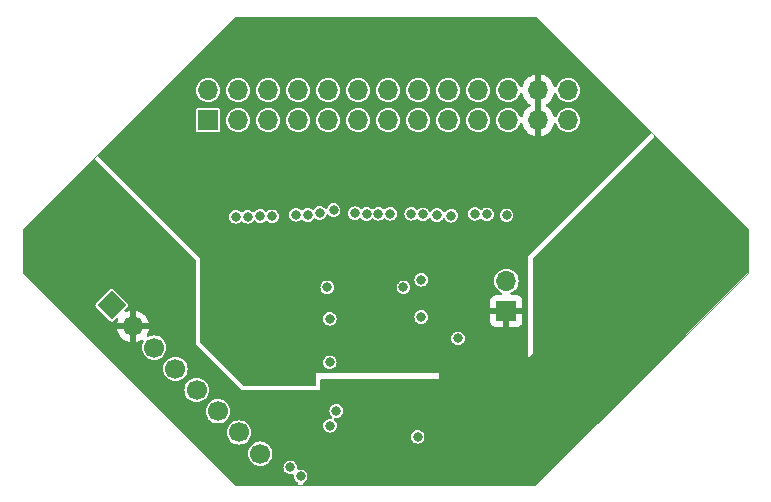
<source format=gbr>
%TF.GenerationSoftware,KiCad,Pcbnew,(7.0.0)*%
%TF.CreationDate,2023-03-06T19:23:03-05:00*%
%TF.ProjectId,cyton daisy,6379746f-6e20-4646-9169-73792e6b6963,rev?*%
%TF.SameCoordinates,Original*%
%TF.FileFunction,Copper,L3,Inr*%
%TF.FilePolarity,Positive*%
%FSLAX46Y46*%
G04 Gerber Fmt 4.6, Leading zero omitted, Abs format (unit mm)*
G04 Created by KiCad (PCBNEW (7.0.0)) date 2023-03-06 19:23:03*
%MOMM*%
%LPD*%
G01*
G04 APERTURE LIST*
G04 Aperture macros list*
%AMHorizOval*
0 Thick line with rounded ends*
0 $1 width*
0 $2 $3 position (X,Y) of the first rounded end (center of the circle)*
0 $4 $5 position (X,Y) of the second rounded end (center of the circle)*
0 Add line between two ends*
20,1,$1,$2,$3,$4,$5,0*
0 Add two circle primitives to create the rounded ends*
1,1,$1,$2,$3*
1,1,$1,$4,$5*%
%AMRotRect*
0 Rectangle, with rotation*
0 The origin of the aperture is its center*
0 $1 length*
0 $2 width*
0 $3 Rotation angle, in degrees counterclockwise*
0 Add horizontal line*
21,1,$1,$2,0,0,$3*%
G04 Aperture macros list end*
%TA.AperFunction,ComponentPad*%
%ADD10R,1.700000X1.700000*%
%TD*%
%TA.AperFunction,ComponentPad*%
%ADD11O,1.700000X1.700000*%
%TD*%
%TA.AperFunction,ComponentPad*%
%ADD12RotRect,1.700000X1.700000X45.000000*%
%TD*%
%TA.AperFunction,ComponentPad*%
%ADD13HorizOval,1.700000X0.000000X0.000000X0.000000X0.000000X0*%
%TD*%
%TA.AperFunction,ViaPad*%
%ADD14C,0.800000*%
%TD*%
%TA.AperFunction,Profile*%
%ADD15C,0.101600*%
%TD*%
G04 APERTURE END LIST*
D10*
%TO.N,VSSA*%
%TO.C,J1*%
X124663199Y-84988399D03*
D11*
X124663199Y-82448399D03*
%TO.N,/SRB1*%
X127203199Y-84988399D03*
%TO.N,/SRB2*%
X127203199Y-82448399D03*
%TO.N,/1P*%
X129743199Y-84988399D03*
%TO.N,/1N*%
X129743199Y-82448399D03*
%TO.N,/2P*%
X132283199Y-84988399D03*
%TO.N,/2N*%
X132283199Y-82448399D03*
%TO.N,/3P*%
X134823199Y-84988399D03*
%TO.N,/3N*%
X134823199Y-82448399D03*
%TO.N,/4P*%
X137363199Y-84988399D03*
%TO.N,/4N*%
X137363199Y-82448399D03*
%TO.N,/5P*%
X139903199Y-84988399D03*
%TO.N,/5N*%
X139903199Y-82448399D03*
%TO.N,/6P*%
X142443199Y-84988399D03*
%TO.N,/6N*%
X142443199Y-82448399D03*
%TO.N,/7P*%
X144983199Y-84988399D03*
%TO.N,/7N*%
X144983199Y-82448399D03*
%TO.N,/8P*%
X147523199Y-84988399D03*
%TO.N,/8N*%
X147523199Y-82448399D03*
%TO.N,/BIAS*%
X150063199Y-84988399D03*
X150063199Y-82448399D03*
%TO.N,GNDA*%
X152603199Y-84988399D03*
X152603199Y-82448399D03*
%TO.N,VDDA*%
X155143199Y-84988399D03*
X155143199Y-82448399D03*
%TD*%
D10*
%TO.N,GNDA*%
%TO.C,J4*%
X149910799Y-101142799D03*
D11*
%TO.N,/BIAS_INV*%
X149910799Y-98602799D03*
%TD*%
D12*
%TO.N,VDD*%
%TO.C,J2*%
X116499999Y-100649999D03*
D13*
%TO.N,GNDA*%
X118296050Y-102446050D03*
%TO.N,/MISO*%
X120092101Y-104242101D03*
%TO.N,/SCLK*%
X121888153Y-106038153D03*
%TO.N,/RESET*%
X123684204Y-107834204D03*
%TO.N,/CLK*%
X125480255Y-109630255D03*
%TO.N,/MOSI*%
X127276306Y-111426306D03*
%TO.N,/CS2*%
X129072358Y-113222358D03*
%TD*%
D14*
%TO.N,/Daisy Functionality/_SRB1*%
X127003697Y-93167200D03*
%TO.N,/Daisy Functionality/_SRB2*%
X128003200Y-93167200D03*
%TO.N,/Daisy Functionality/IN1P*%
X129070100Y-93103700D03*
%TO.N,/Daisy Functionality/IN1N*%
X130086327Y-93130684D03*
%TO.N,/Daisy Functionality/IN2P*%
X132096905Y-92986254D03*
%TO.N,/Daisy Functionality/IN2N*%
X133096000Y-93014800D03*
%TO.N,/Daisy Functionality/IN3P*%
X134094731Y-92842500D03*
%TO.N,/Daisy Functionality/IN3N*%
X135275931Y-92594901D03*
%TO.N,/Daisy Functionality/IN4P*%
X137083800Y-92862400D03*
%TO.N,/Daisy Functionality/IN4N*%
X138081846Y-92916348D03*
%TO.N,/Daisy Functionality/IN5P*%
X139081343Y-92913148D03*
%TO.N,/Daisy Functionality/IN5N*%
X140080845Y-92913206D03*
%TO.N,/Daisy Functionality/IN6P*%
X141851353Y-92913928D03*
%TO.N,/Daisy Functionality/IN6N*%
X142849600Y-92964000D03*
%TO.N,/Daisy Functionality/IN7P*%
X144030600Y-93015374D03*
%TO.N,/Daisy Functionality/IN7N*%
X145237200Y-93065600D03*
%TO.N,/Daisy Functionality/IN8P*%
X147243800Y-92913200D03*
%TO.N,/Daisy Functionality/IN8N*%
X148259800Y-92964000D03*
%TO.N,/Daisy Functionality/BIAS_DRV*%
X149923200Y-93027800D03*
%TO.N,VSSA*%
X134950200Y-101803200D03*
X134950200Y-105486200D03*
X142697200Y-101650800D03*
%TO.N,VDD*%
X135509000Y-109601000D03*
X142392400Y-111785400D03*
%TO.N,VDDA*%
X141198600Y-99136200D03*
X134747000Y-99136200D03*
X145810700Y-103461822D03*
%TO.N,Net-(U1-WCT)*%
X142697200Y-98501200D03*
%TO.N,/SCLK*%
X131622800Y-114385100D03*
%TO.N,/RESET*%
X134975600Y-110845600D03*
%TO.N,/MISO*%
X132486400Y-115138200D03*
%TD*%
%TA.AperFunction,Conductor*%
%TO.N,GNDA*%
G36*
X152395820Y-76235491D02*
G01*
X152436697Y-76262805D01*
X162114950Y-85941058D01*
X162147562Y-85997542D01*
X162147562Y-86062764D01*
X162114950Y-86119248D01*
X151722975Y-96511224D01*
X151722972Y-96511227D01*
X151714200Y-96520000D01*
X151714200Y-105181400D01*
X152196800Y-104698800D01*
X152171564Y-96674017D01*
X152181079Y-96625591D01*
X152208465Y-96584534D01*
X162394353Y-86398646D01*
X162450835Y-86366036D01*
X162516057Y-86366036D01*
X162572541Y-86398648D01*
X170320395Y-94146502D01*
X170347709Y-94187379D01*
X170357300Y-94235597D01*
X170357300Y-97865310D01*
X170347709Y-97913528D01*
X170320395Y-97954405D01*
X152874940Y-115399859D01*
X152411287Y-115862858D01*
X152370431Y-115890126D01*
X152322254Y-115899700D01*
X132792592Y-115899700D01*
X132726757Y-115881133D01*
X132680325Y-115830903D01*
X132666980Y-115763814D01*
X132690656Y-115699639D01*
X132744374Y-115657291D01*
X132778045Y-115643344D01*
X132898848Y-115550648D01*
X132991544Y-115429845D01*
X133049815Y-115289167D01*
X133069690Y-115138200D01*
X133049815Y-114987233D01*
X132991544Y-114846555D01*
X132898848Y-114725752D01*
X132858996Y-114695172D01*
X132784598Y-114638084D01*
X132784596Y-114638083D01*
X132778045Y-114633056D01*
X132770418Y-114629896D01*
X132770415Y-114629895D01*
X132644996Y-114577945D01*
X132644995Y-114577944D01*
X132637367Y-114574785D01*
X132629184Y-114573707D01*
X132629178Y-114573706D01*
X132494588Y-114555988D01*
X132486400Y-114554910D01*
X132478212Y-114555988D01*
X132341196Y-114574026D01*
X132284248Y-114568417D01*
X132235654Y-114538199D01*
X132205436Y-114489604D01*
X132199828Y-114432660D01*
X132206090Y-114385100D01*
X132186215Y-114234133D01*
X132127944Y-114093455D01*
X132035248Y-113972652D01*
X132009631Y-113952995D01*
X131920998Y-113884984D01*
X131920996Y-113884983D01*
X131914445Y-113879956D01*
X131906818Y-113876796D01*
X131906815Y-113876795D01*
X131781396Y-113824845D01*
X131781395Y-113824844D01*
X131773767Y-113821685D01*
X131765584Y-113820607D01*
X131765578Y-113820606D01*
X131630988Y-113802888D01*
X131622800Y-113801810D01*
X131614612Y-113802888D01*
X131480021Y-113820606D01*
X131480013Y-113820608D01*
X131471833Y-113821685D01*
X131464206Y-113824844D01*
X131464203Y-113824845D01*
X131338784Y-113876795D01*
X131338778Y-113876798D01*
X131331155Y-113879956D01*
X131324606Y-113884980D01*
X131324601Y-113884984D01*
X131216902Y-113967625D01*
X131216897Y-113967629D01*
X131210352Y-113972652D01*
X131205329Y-113979197D01*
X131205325Y-113979202D01*
X131122684Y-114086901D01*
X131122680Y-114086906D01*
X131117656Y-114093455D01*
X131114498Y-114101078D01*
X131114495Y-114101084D01*
X131062545Y-114226503D01*
X131059385Y-114234133D01*
X131058308Y-114242313D01*
X131058306Y-114242321D01*
X131041232Y-114372013D01*
X131039510Y-114385100D01*
X131040588Y-114393288D01*
X131058306Y-114527878D01*
X131058307Y-114527884D01*
X131059385Y-114536067D01*
X131062544Y-114543695D01*
X131062545Y-114543696D01*
X131114495Y-114669115D01*
X131114496Y-114669118D01*
X131117656Y-114676745D01*
X131122683Y-114683296D01*
X131122684Y-114683298D01*
X131205325Y-114790997D01*
X131210352Y-114797548D01*
X131331155Y-114890244D01*
X131471833Y-114948515D01*
X131480020Y-114949592D01*
X131480021Y-114949593D01*
X131547316Y-114958452D01*
X131622800Y-114968390D01*
X131768006Y-114949273D01*
X131824950Y-114954882D01*
X131873544Y-114985099D01*
X131903762Y-115033693D01*
X131909371Y-115090641D01*
X131903110Y-115138200D01*
X131904188Y-115146388D01*
X131921906Y-115280978D01*
X131921907Y-115280984D01*
X131922985Y-115289167D01*
X131926144Y-115296795D01*
X131926145Y-115296796D01*
X131978095Y-115422215D01*
X131978096Y-115422218D01*
X131981256Y-115429845D01*
X132073952Y-115550648D01*
X132194755Y-115643344D01*
X132202384Y-115646504D01*
X132228426Y-115657291D01*
X132282144Y-115699639D01*
X132305820Y-115763814D01*
X132292475Y-115830903D01*
X132246043Y-115881133D01*
X132180208Y-115899700D01*
X127051690Y-115899700D01*
X127003472Y-115890109D01*
X126962595Y-115862795D01*
X124322159Y-113222359D01*
X128039083Y-113222359D01*
X128058937Y-113423941D01*
X128117736Y-113617777D01*
X128213221Y-113796416D01*
X128341723Y-113952995D01*
X128498302Y-114081497D01*
X128676941Y-114176982D01*
X128870777Y-114235781D01*
X129072359Y-114255635D01*
X129273941Y-114235781D01*
X129467777Y-114176982D01*
X129646416Y-114081497D01*
X129802995Y-113952995D01*
X129931497Y-113796416D01*
X130026982Y-113617777D01*
X130085781Y-113423941D01*
X130105635Y-113222359D01*
X130085781Y-113020777D01*
X130026982Y-112826941D01*
X129931497Y-112648302D01*
X129802995Y-112491723D01*
X129670183Y-112382726D01*
X129651200Y-112367147D01*
X129651198Y-112367146D01*
X129646416Y-112363221D01*
X129467777Y-112267736D01*
X129461856Y-112265940D01*
X129461854Y-112265939D01*
X129279863Y-112210733D01*
X129279859Y-112210732D01*
X129273941Y-112208937D01*
X129072359Y-112189083D01*
X129066196Y-112189690D01*
X128876939Y-112208330D01*
X128876938Y-112208330D01*
X128870777Y-112208937D01*
X128864860Y-112210731D01*
X128864854Y-112210733D01*
X128682863Y-112265939D01*
X128682857Y-112265941D01*
X128676941Y-112267736D01*
X128671483Y-112270653D01*
X128671479Y-112270655D01*
X128523237Y-112349893D01*
X128498302Y-112363221D01*
X128493523Y-112367142D01*
X128493517Y-112367147D01*
X128346502Y-112487800D01*
X128346496Y-112487805D01*
X128341723Y-112491723D01*
X128337805Y-112496496D01*
X128337800Y-112496502D01*
X128217147Y-112643517D01*
X128217142Y-112643523D01*
X128213221Y-112648302D01*
X128210303Y-112653760D01*
X128210303Y-112653761D01*
X128120655Y-112821479D01*
X128120653Y-112821483D01*
X128117736Y-112826941D01*
X128115941Y-112832857D01*
X128115939Y-112832863D01*
X128060733Y-113014854D01*
X128060731Y-113014860D01*
X128058937Y-113020777D01*
X128039083Y-113222359D01*
X124322159Y-113222359D01*
X122526107Y-111426307D01*
X126243031Y-111426307D01*
X126262885Y-111627889D01*
X126264680Y-111633807D01*
X126264681Y-111633811D01*
X126308181Y-111777212D01*
X126321684Y-111821725D01*
X126417169Y-112000364D01*
X126545671Y-112156943D01*
X126702250Y-112285445D01*
X126880889Y-112380930D01*
X127074725Y-112439729D01*
X127276307Y-112459583D01*
X127477889Y-112439729D01*
X127671725Y-112380930D01*
X127850364Y-112285445D01*
X128006943Y-112156943D01*
X128135445Y-112000364D01*
X128230930Y-111821725D01*
X128241949Y-111785400D01*
X141809110Y-111785400D01*
X141810188Y-111793588D01*
X141827906Y-111928178D01*
X141827907Y-111928184D01*
X141828985Y-111936367D01*
X141832144Y-111943995D01*
X141832145Y-111943996D01*
X141884095Y-112069415D01*
X141884096Y-112069418D01*
X141887256Y-112077045D01*
X141979952Y-112197848D01*
X142100755Y-112290544D01*
X142241433Y-112348815D01*
X142392400Y-112368690D01*
X142543367Y-112348815D01*
X142684045Y-112290544D01*
X142804848Y-112197848D01*
X142897544Y-112077045D01*
X142955815Y-111936367D01*
X142975690Y-111785400D01*
X142955815Y-111634433D01*
X142897544Y-111493755D01*
X142804848Y-111372952D01*
X142798297Y-111367925D01*
X142690598Y-111285284D01*
X142690596Y-111285283D01*
X142684045Y-111280256D01*
X142676418Y-111277096D01*
X142676415Y-111277095D01*
X142550996Y-111225145D01*
X142550995Y-111225144D01*
X142543367Y-111221985D01*
X142535184Y-111220907D01*
X142535178Y-111220906D01*
X142400588Y-111203188D01*
X142392400Y-111202110D01*
X142384212Y-111203188D01*
X142249621Y-111220906D01*
X142249613Y-111220908D01*
X142241433Y-111221985D01*
X142233806Y-111225144D01*
X142233803Y-111225145D01*
X142108384Y-111277095D01*
X142108378Y-111277098D01*
X142100755Y-111280256D01*
X142094206Y-111285280D01*
X142094201Y-111285284D01*
X141986502Y-111367925D01*
X141986497Y-111367929D01*
X141979952Y-111372952D01*
X141974929Y-111379497D01*
X141974925Y-111379502D01*
X141892284Y-111487201D01*
X141892280Y-111487206D01*
X141887256Y-111493755D01*
X141884098Y-111501378D01*
X141884095Y-111501384D01*
X141834248Y-111621726D01*
X141828985Y-111634433D01*
X141827908Y-111642613D01*
X141827906Y-111642621D01*
X141810832Y-111772313D01*
X141809110Y-111785400D01*
X128241949Y-111785400D01*
X128289729Y-111627889D01*
X128309583Y-111426307D01*
X128289729Y-111224725D01*
X128230930Y-111030889D01*
X128135445Y-110852250D01*
X128129987Y-110845600D01*
X134392310Y-110845600D01*
X134393388Y-110853788D01*
X134411106Y-110988378D01*
X134411107Y-110988384D01*
X134412185Y-110996567D01*
X134415344Y-111004195D01*
X134415345Y-111004196D01*
X134467295Y-111129615D01*
X134467296Y-111129618D01*
X134470456Y-111137245D01*
X134475483Y-111143796D01*
X134475484Y-111143798D01*
X134537582Y-111224725D01*
X134563152Y-111258048D01*
X134683955Y-111350744D01*
X134824633Y-111409015D01*
X134975600Y-111428890D01*
X135126567Y-111409015D01*
X135267245Y-111350744D01*
X135388048Y-111258048D01*
X135480744Y-111137245D01*
X135539015Y-110996567D01*
X135558890Y-110845600D01*
X135539015Y-110694633D01*
X135480744Y-110553955D01*
X135388048Y-110433152D01*
X135344566Y-110399787D01*
X135304864Y-110348044D01*
X135296351Y-110283380D01*
X135321311Y-110223122D01*
X135373056Y-110183418D01*
X135437716Y-110174905D01*
X135509000Y-110184290D01*
X135659967Y-110164415D01*
X135800645Y-110106144D01*
X135921448Y-110013448D01*
X136014144Y-109892645D01*
X136072415Y-109751967D01*
X136092290Y-109601000D01*
X136072415Y-109450033D01*
X136014144Y-109309355D01*
X135921448Y-109188552D01*
X135800645Y-109095856D01*
X135793018Y-109092696D01*
X135793015Y-109092695D01*
X135667596Y-109040745D01*
X135667595Y-109040744D01*
X135659967Y-109037585D01*
X135651784Y-109036507D01*
X135651778Y-109036506D01*
X135517188Y-109018788D01*
X135509000Y-109017710D01*
X135500812Y-109018788D01*
X135366221Y-109036506D01*
X135366213Y-109036508D01*
X135358033Y-109037585D01*
X135350406Y-109040744D01*
X135350403Y-109040745D01*
X135224984Y-109092695D01*
X135224978Y-109092698D01*
X135217355Y-109095856D01*
X135210806Y-109100880D01*
X135210801Y-109100884D01*
X135103102Y-109183525D01*
X135103097Y-109183529D01*
X135096552Y-109188552D01*
X135091529Y-109195097D01*
X135091525Y-109195102D01*
X135008884Y-109302801D01*
X135008880Y-109302806D01*
X135003856Y-109309355D01*
X135000698Y-109316978D01*
X135000695Y-109316984D01*
X134948745Y-109442403D01*
X134945585Y-109450033D01*
X134944508Y-109458213D01*
X134944506Y-109458221D01*
X134927432Y-109587913D01*
X134925710Y-109601000D01*
X134926788Y-109609188D01*
X134944506Y-109743778D01*
X134944507Y-109743784D01*
X134945585Y-109751967D01*
X134948744Y-109759595D01*
X134948745Y-109759596D01*
X135000695Y-109885015D01*
X135000696Y-109885018D01*
X135003856Y-109892645D01*
X135096552Y-110013448D01*
X135103102Y-110018474D01*
X135140030Y-110046810D01*
X135179735Y-110098554D01*
X135188248Y-110163218D01*
X135163289Y-110223476D01*
X135111544Y-110263181D01*
X135046880Y-110271694D01*
X134983788Y-110263388D01*
X134975600Y-110262310D01*
X134967412Y-110263388D01*
X134832821Y-110281106D01*
X134832813Y-110281108D01*
X134824633Y-110282185D01*
X134817006Y-110285344D01*
X134817003Y-110285345D01*
X134691584Y-110337295D01*
X134691578Y-110337298D01*
X134683955Y-110340456D01*
X134677406Y-110345480D01*
X134677401Y-110345484D01*
X134569702Y-110428125D01*
X134569697Y-110428129D01*
X134563152Y-110433152D01*
X134558129Y-110439697D01*
X134558125Y-110439702D01*
X134475484Y-110547401D01*
X134475480Y-110547406D01*
X134470456Y-110553955D01*
X134467298Y-110561578D01*
X134467295Y-110561584D01*
X134415345Y-110687003D01*
X134412185Y-110694633D01*
X134411108Y-110702813D01*
X134411106Y-110702821D01*
X134394032Y-110832513D01*
X134392310Y-110845600D01*
X128129987Y-110845600D01*
X128006943Y-110695671D01*
X127850364Y-110567169D01*
X127671725Y-110471684D01*
X127665804Y-110469888D01*
X127665802Y-110469887D01*
X127483811Y-110414681D01*
X127483807Y-110414680D01*
X127477889Y-110412885D01*
X127276307Y-110393031D01*
X127270144Y-110393638D01*
X127080887Y-110412278D01*
X127080886Y-110412278D01*
X127074725Y-110412885D01*
X127068808Y-110414679D01*
X127068802Y-110414681D01*
X126886811Y-110469887D01*
X126886805Y-110469889D01*
X126880889Y-110471684D01*
X126875431Y-110474601D01*
X126875427Y-110474603D01*
X126712699Y-110561584D01*
X126702250Y-110567169D01*
X126697471Y-110571090D01*
X126697465Y-110571095D01*
X126550450Y-110691748D01*
X126550444Y-110691753D01*
X126545671Y-110695671D01*
X126541753Y-110700444D01*
X126541748Y-110700450D01*
X126421095Y-110847465D01*
X126421090Y-110847471D01*
X126417169Y-110852250D01*
X126414251Y-110857708D01*
X126414251Y-110857709D01*
X126324603Y-111025427D01*
X126324601Y-111025431D01*
X126321684Y-111030889D01*
X126319889Y-111036805D01*
X126319887Y-111036811D01*
X126264681Y-111218802D01*
X126264679Y-111218808D01*
X126262885Y-111224725D01*
X126243031Y-111426307D01*
X122526107Y-111426307D01*
X120730056Y-109630256D01*
X124446980Y-109630256D01*
X124466834Y-109831838D01*
X124525633Y-110025674D01*
X124621118Y-110204313D01*
X124625043Y-110209095D01*
X124625044Y-110209097D01*
X124684141Y-110281106D01*
X124749620Y-110360892D01*
X124906199Y-110489394D01*
X125084838Y-110584879D01*
X125278674Y-110643678D01*
X125480256Y-110663532D01*
X125681838Y-110643678D01*
X125875674Y-110584879D01*
X126054313Y-110489394D01*
X126210892Y-110360892D01*
X126339394Y-110204313D01*
X126434879Y-110025674D01*
X126493678Y-109831838D01*
X126513532Y-109630256D01*
X126493678Y-109428674D01*
X126434879Y-109234838D01*
X126339394Y-109056199D01*
X126210892Y-108899620D01*
X126054313Y-108771118D01*
X125875674Y-108675633D01*
X125869753Y-108673837D01*
X125869751Y-108673836D01*
X125687760Y-108618630D01*
X125687756Y-108618629D01*
X125681838Y-108616834D01*
X125480256Y-108596980D01*
X125474093Y-108597587D01*
X125284836Y-108616227D01*
X125284835Y-108616227D01*
X125278674Y-108616834D01*
X125272757Y-108618628D01*
X125272751Y-108618630D01*
X125090760Y-108673836D01*
X125090754Y-108673838D01*
X125084838Y-108675633D01*
X125079380Y-108678550D01*
X125079376Y-108678552D01*
X124911658Y-108768200D01*
X124906199Y-108771118D01*
X124901420Y-108775039D01*
X124901414Y-108775044D01*
X124754399Y-108895697D01*
X124754393Y-108895702D01*
X124749620Y-108899620D01*
X124745702Y-108904393D01*
X124745697Y-108904399D01*
X124625044Y-109051414D01*
X124625039Y-109051420D01*
X124621118Y-109056199D01*
X124618200Y-109061657D01*
X124618200Y-109061658D01*
X124528552Y-109229376D01*
X124528550Y-109229380D01*
X124525633Y-109234838D01*
X124523838Y-109240754D01*
X124523836Y-109240760D01*
X124468630Y-109422751D01*
X124468628Y-109422757D01*
X124466834Y-109428674D01*
X124446980Y-109630256D01*
X120730056Y-109630256D01*
X118934005Y-107834205D01*
X122650929Y-107834205D01*
X122670783Y-108035787D01*
X122729582Y-108229623D01*
X122825067Y-108408262D01*
X122953569Y-108564841D01*
X123110148Y-108693343D01*
X123288787Y-108788828D01*
X123482623Y-108847627D01*
X123684205Y-108867481D01*
X123885787Y-108847627D01*
X124079623Y-108788828D01*
X124258262Y-108693343D01*
X124414841Y-108564841D01*
X124543343Y-108408262D01*
X124638828Y-108229623D01*
X124697627Y-108035787D01*
X124717481Y-107834205D01*
X124697627Y-107632623D01*
X124638828Y-107438787D01*
X124543343Y-107260148D01*
X124414841Y-107103569D01*
X124258262Y-106975067D01*
X124079623Y-106879582D01*
X124073702Y-106877786D01*
X124073700Y-106877785D01*
X123891709Y-106822579D01*
X123891705Y-106822578D01*
X123885787Y-106820783D01*
X123684205Y-106800929D01*
X123678042Y-106801536D01*
X123488785Y-106820176D01*
X123488784Y-106820176D01*
X123482623Y-106820783D01*
X123476706Y-106822577D01*
X123476700Y-106822579D01*
X123294709Y-106877785D01*
X123294703Y-106877787D01*
X123288787Y-106879582D01*
X123283329Y-106882499D01*
X123283325Y-106882501D01*
X123115607Y-106972149D01*
X123110148Y-106975067D01*
X123105369Y-106978988D01*
X123105363Y-106978993D01*
X122958348Y-107099646D01*
X122958342Y-107099651D01*
X122953569Y-107103569D01*
X122949651Y-107108342D01*
X122949646Y-107108348D01*
X122828993Y-107255363D01*
X122828988Y-107255369D01*
X122825067Y-107260148D01*
X122822149Y-107265606D01*
X122822149Y-107265607D01*
X122732501Y-107433325D01*
X122732499Y-107433329D01*
X122729582Y-107438787D01*
X122727787Y-107444703D01*
X122727785Y-107444709D01*
X122672579Y-107626700D01*
X122672577Y-107626706D01*
X122670783Y-107632623D01*
X122650929Y-107834205D01*
X118934005Y-107834205D01*
X117137954Y-106038154D01*
X120854878Y-106038154D01*
X120874732Y-106239736D01*
X120876527Y-106245654D01*
X120876528Y-106245658D01*
X120931734Y-106427649D01*
X120933531Y-106433572D01*
X121029016Y-106612211D01*
X121157518Y-106768790D01*
X121314097Y-106897292D01*
X121492736Y-106992777D01*
X121686572Y-107051576D01*
X121888154Y-107071430D01*
X122089736Y-107051576D01*
X122283572Y-106992777D01*
X122462211Y-106897292D01*
X122618790Y-106768790D01*
X122747292Y-106612211D01*
X122842777Y-106433572D01*
X122901576Y-106239736D01*
X122921430Y-106038154D01*
X122901576Y-105836572D01*
X122842777Y-105642736D01*
X122747292Y-105464097D01*
X122618790Y-105307518D01*
X122485978Y-105198521D01*
X122466995Y-105182942D01*
X122466993Y-105182941D01*
X122462211Y-105179016D01*
X122283572Y-105083531D01*
X122277651Y-105081735D01*
X122277649Y-105081734D01*
X122095658Y-105026528D01*
X122095654Y-105026527D01*
X122089736Y-105024732D01*
X121888154Y-105004878D01*
X121881991Y-105005485D01*
X121692734Y-105024125D01*
X121692733Y-105024125D01*
X121686572Y-105024732D01*
X121680655Y-105026526D01*
X121680649Y-105026528D01*
X121498658Y-105081734D01*
X121498652Y-105081736D01*
X121492736Y-105083531D01*
X121487278Y-105086448D01*
X121487274Y-105086450D01*
X121319556Y-105176098D01*
X121314097Y-105179016D01*
X121309318Y-105182937D01*
X121309312Y-105182942D01*
X121162297Y-105303595D01*
X121162291Y-105303600D01*
X121157518Y-105307518D01*
X121153600Y-105312291D01*
X121153595Y-105312297D01*
X121032942Y-105459312D01*
X121032937Y-105459318D01*
X121029016Y-105464097D01*
X121026098Y-105469555D01*
X121026098Y-105469556D01*
X120936450Y-105637274D01*
X120936448Y-105637278D01*
X120933531Y-105642736D01*
X120931736Y-105648652D01*
X120931734Y-105648658D01*
X120876528Y-105830649D01*
X120876526Y-105830655D01*
X120874732Y-105836572D01*
X120854878Y-106038154D01*
X117137954Y-106038154D01*
X113802416Y-102702616D01*
X116962802Y-102702616D01*
X116963037Y-102713994D01*
X117005951Y-102883459D01*
X117009321Y-102893274D01*
X117095539Y-103089829D01*
X117100482Y-103098964D01*
X117217873Y-103278644D01*
X117224261Y-103286850D01*
X117369618Y-103444751D01*
X117377262Y-103451788D01*
X117546639Y-103583619D01*
X117555332Y-103589298D01*
X117744093Y-103691451D01*
X117753610Y-103695626D01*
X117956608Y-103765315D01*
X117966678Y-103767865D01*
X118028512Y-103778183D01*
X118039649Y-103777607D01*
X118042051Y-103766715D01*
X118550051Y-103766715D01*
X118552452Y-103777607D01*
X118563589Y-103778183D01*
X118625423Y-103767865D01*
X118635493Y-103765315D01*
X118838491Y-103695626D01*
X118848012Y-103691449D01*
X119003302Y-103607410D01*
X119065224Y-103592238D01*
X119126647Y-103609321D01*
X119171844Y-103654285D01*
X119189245Y-103715618D01*
X119174395Y-103777618D01*
X119140396Y-103841225D01*
X119140392Y-103841232D01*
X119137479Y-103846684D01*
X119135684Y-103852600D01*
X119135682Y-103852606D01*
X119080476Y-104034597D01*
X119080474Y-104034603D01*
X119078680Y-104040520D01*
X119058826Y-104242102D01*
X119078680Y-104443684D01*
X119137479Y-104637520D01*
X119232964Y-104816159D01*
X119361466Y-104972738D01*
X119518045Y-105101240D01*
X119696684Y-105196725D01*
X119890520Y-105255524D01*
X120092102Y-105275378D01*
X120293684Y-105255524D01*
X120487520Y-105196725D01*
X120666159Y-105101240D01*
X120822738Y-104972738D01*
X120951240Y-104816159D01*
X121046725Y-104637520D01*
X121105524Y-104443684D01*
X121125378Y-104242102D01*
X121105524Y-104040520D01*
X121046725Y-103846684D01*
X120951240Y-103668045D01*
X120822738Y-103511466D01*
X120666159Y-103382964D01*
X120487520Y-103287479D01*
X120481599Y-103285683D01*
X120481597Y-103285682D01*
X120299606Y-103230476D01*
X120299602Y-103230475D01*
X120293684Y-103228680D01*
X120092102Y-103208826D01*
X120085939Y-103209433D01*
X119896682Y-103228073D01*
X119896681Y-103228073D01*
X119890520Y-103228680D01*
X119884603Y-103230474D01*
X119884597Y-103230476D01*
X119702606Y-103285682D01*
X119702600Y-103285684D01*
X119696684Y-103287479D01*
X119691232Y-103290392D01*
X119691225Y-103290396D01*
X119626423Y-103325034D01*
X119562340Y-103339824D01*
X119499535Y-103320309D01*
X119455117Y-103271807D01*
X119441190Y-103207531D01*
X119461546Y-103144994D01*
X119491618Y-103098966D01*
X119496562Y-103089829D01*
X119582780Y-102893274D01*
X119586150Y-102883459D01*
X119629064Y-102713994D01*
X119629299Y-102702616D01*
X119618211Y-102700051D01*
X118566641Y-102700051D01*
X118553557Y-102703557D01*
X118550051Y-102716641D01*
X118550051Y-103766715D01*
X118042051Y-103766715D01*
X118042051Y-102716641D01*
X118038544Y-102703557D01*
X118025461Y-102700051D01*
X116973891Y-102700051D01*
X116962802Y-102702616D01*
X113802416Y-102702616D01*
X111749800Y-100650000D01*
X115116126Y-100650000D01*
X115118547Y-100662171D01*
X115127542Y-100707396D01*
X115129964Y-100719569D01*
X115159424Y-100763660D01*
X116386340Y-101990575D01*
X116430431Y-102020036D01*
X116500000Y-102033874D01*
X116569569Y-102020036D01*
X116613660Y-101990576D01*
X116851509Y-101752726D01*
X116911693Y-101719185D01*
X116980526Y-101722317D01*
X117037419Y-101761188D01*
X117065359Y-101824173D01*
X117055989Y-101892437D01*
X117009319Y-101998833D01*
X117005951Y-102008642D01*
X116963037Y-102178107D01*
X116962802Y-102189485D01*
X116973891Y-102192051D01*
X118025461Y-102192051D01*
X118038544Y-102188544D01*
X118042051Y-102175461D01*
X118550051Y-102175461D01*
X118553557Y-102188544D01*
X118566641Y-102192051D01*
X119618211Y-102192051D01*
X119629299Y-102189485D01*
X119629064Y-102178107D01*
X119586150Y-102008642D01*
X119582780Y-101998827D01*
X119496562Y-101802272D01*
X119491619Y-101793137D01*
X119374228Y-101613457D01*
X119367840Y-101605251D01*
X119222483Y-101447350D01*
X119214839Y-101440313D01*
X119045462Y-101308482D01*
X119036769Y-101302803D01*
X118848008Y-101200650D01*
X118838491Y-101196475D01*
X118635493Y-101126786D01*
X118625423Y-101124236D01*
X118563589Y-101113918D01*
X118552452Y-101114494D01*
X118550051Y-101125387D01*
X118550051Y-102175461D01*
X118042051Y-102175461D01*
X118042051Y-101125387D01*
X118039649Y-101114494D01*
X118028512Y-101113918D01*
X117966678Y-101124236D01*
X117956608Y-101126786D01*
X117753602Y-101196478D01*
X117750642Y-101197777D01*
X117749274Y-101197964D01*
X117748679Y-101198169D01*
X117748638Y-101198051D01*
X117682380Y-101207141D01*
X117619398Y-101179199D01*
X117580530Y-101122306D01*
X117577400Y-101053475D01*
X117610941Y-100993293D01*
X117840575Y-100763660D01*
X117870036Y-100719569D01*
X117883874Y-100650000D01*
X117870036Y-100580431D01*
X117840576Y-100536340D01*
X116613660Y-99309425D01*
X116569569Y-99279964D01*
X116557399Y-99277543D01*
X116557396Y-99277542D01*
X116512171Y-99268547D01*
X116500000Y-99266126D01*
X116487829Y-99268547D01*
X116442600Y-99277543D01*
X116442597Y-99277543D01*
X116430431Y-99279964D01*
X116420115Y-99286856D01*
X116420114Y-99286857D01*
X116391484Y-99305986D01*
X116391477Y-99305991D01*
X116386340Y-99309424D01*
X116381966Y-99313797D01*
X116381961Y-99313802D01*
X115163803Y-100531961D01*
X115163798Y-100531966D01*
X115159425Y-100536340D01*
X115155988Y-100541482D01*
X115155986Y-100541486D01*
X115136859Y-100570111D01*
X115136857Y-100570113D01*
X115129964Y-100580431D01*
X115127543Y-100592598D01*
X115127542Y-100592603D01*
X115119142Y-100634835D01*
X115116126Y-100650000D01*
X111749800Y-100650000D01*
X109053348Y-97953548D01*
X109026200Y-97913069D01*
X109016446Y-97865316D01*
X108991903Y-94282038D01*
X108991900Y-94281175D01*
X108991900Y-94260998D01*
X109001491Y-94212780D01*
X109028805Y-94171903D01*
X110499051Y-92701657D01*
X114922328Y-88278378D01*
X114978869Y-88245753D01*
X115044151Y-88245802D01*
X115100647Y-88278512D01*
X120416420Y-93610012D01*
X123435699Y-96638224D01*
X123559627Y-96762518D01*
X123586844Y-96803350D01*
X123596400Y-96851482D01*
X123596400Y-103911400D01*
X127558800Y-107848400D01*
X127571161Y-107848400D01*
X134146210Y-107848400D01*
X134162800Y-107848400D01*
X134162800Y-106983800D01*
X134179681Y-106920800D01*
X134225800Y-106874681D01*
X134288800Y-106857800D01*
X144230010Y-106857800D01*
X144246600Y-106857800D01*
X144246600Y-106349800D01*
X144230010Y-106349800D01*
X133849190Y-106349800D01*
X133832600Y-106349800D01*
X133832600Y-106366390D01*
X133832600Y-107341400D01*
X133815719Y-107404400D01*
X133769600Y-107450519D01*
X133706600Y-107467400D01*
X127712590Y-107467400D01*
X127664372Y-107457809D01*
X127623495Y-107430495D01*
X125679200Y-105486200D01*
X134366910Y-105486200D01*
X134367988Y-105494388D01*
X134385706Y-105628978D01*
X134385707Y-105628984D01*
X134386785Y-105637167D01*
X134389944Y-105644795D01*
X134389945Y-105644796D01*
X134441895Y-105770215D01*
X134441896Y-105770218D01*
X134445056Y-105777845D01*
X134537752Y-105898648D01*
X134658555Y-105991344D01*
X134799233Y-106049615D01*
X134950200Y-106069490D01*
X135101167Y-106049615D01*
X135241845Y-105991344D01*
X135362648Y-105898648D01*
X135455344Y-105777845D01*
X135513615Y-105637167D01*
X135533490Y-105486200D01*
X135513615Y-105335233D01*
X135455344Y-105194555D01*
X135443420Y-105179016D01*
X135367674Y-105080302D01*
X135362648Y-105073752D01*
X135301105Y-105026528D01*
X135248398Y-104986084D01*
X135248396Y-104986083D01*
X135241845Y-104981056D01*
X135234218Y-104977896D01*
X135234215Y-104977895D01*
X135108796Y-104925945D01*
X135108795Y-104925944D01*
X135101167Y-104922785D01*
X135092984Y-104921707D01*
X135092978Y-104921706D01*
X134958388Y-104903988D01*
X134950200Y-104902910D01*
X134942012Y-104903988D01*
X134807421Y-104921706D01*
X134807413Y-104921708D01*
X134799233Y-104922785D01*
X134791606Y-104925944D01*
X134791603Y-104925945D01*
X134666184Y-104977895D01*
X134666178Y-104977898D01*
X134658555Y-104981056D01*
X134652006Y-104986080D01*
X134652001Y-104986084D01*
X134544302Y-105068725D01*
X134544297Y-105068729D01*
X134537752Y-105073752D01*
X134532729Y-105080297D01*
X134532725Y-105080302D01*
X134450084Y-105188001D01*
X134450080Y-105188006D01*
X134445056Y-105194555D01*
X134441898Y-105202178D01*
X134441895Y-105202184D01*
X134396285Y-105312297D01*
X134386785Y-105335233D01*
X134385708Y-105343413D01*
X134385706Y-105343421D01*
X134370450Y-105459312D01*
X134366910Y-105486200D01*
X125679200Y-105486200D01*
X123988905Y-103795905D01*
X123961591Y-103755028D01*
X123952000Y-103706810D01*
X123952000Y-103461822D01*
X145227410Y-103461822D01*
X145228488Y-103470010D01*
X145246206Y-103604600D01*
X145246207Y-103604606D01*
X145247285Y-103612789D01*
X145250444Y-103620417D01*
X145250445Y-103620418D01*
X145302395Y-103745837D01*
X145302396Y-103745840D01*
X145305556Y-103753467D01*
X145310583Y-103760018D01*
X145310584Y-103760020D01*
X145393225Y-103867719D01*
X145398252Y-103874270D01*
X145519055Y-103966966D01*
X145659733Y-104025237D01*
X145810700Y-104045112D01*
X145961667Y-104025237D01*
X146102345Y-103966966D01*
X146223148Y-103874270D01*
X146315844Y-103753467D01*
X146374115Y-103612789D01*
X146393990Y-103461822D01*
X146374115Y-103310855D01*
X146315844Y-103170177D01*
X146223148Y-103049374D01*
X146102345Y-102956678D01*
X146094718Y-102953518D01*
X146094715Y-102953517D01*
X145969296Y-102901567D01*
X145969295Y-102901566D01*
X145961667Y-102898407D01*
X145953484Y-102897329D01*
X145953478Y-102897328D01*
X145818888Y-102879610D01*
X145810700Y-102878532D01*
X145802512Y-102879610D01*
X145667921Y-102897328D01*
X145667913Y-102897330D01*
X145659733Y-102898407D01*
X145652106Y-102901566D01*
X145652103Y-102901567D01*
X145526684Y-102953517D01*
X145526678Y-102953520D01*
X145519055Y-102956678D01*
X145512506Y-102961702D01*
X145512501Y-102961706D01*
X145404802Y-103044347D01*
X145404797Y-103044351D01*
X145398252Y-103049374D01*
X145393229Y-103055919D01*
X145393225Y-103055924D01*
X145310584Y-103163623D01*
X145310580Y-103163628D01*
X145305556Y-103170177D01*
X145302398Y-103177800D01*
X145302395Y-103177806D01*
X145250445Y-103303225D01*
X145247285Y-103310855D01*
X145246208Y-103319035D01*
X145246206Y-103319043D01*
X145229657Y-103444751D01*
X145227410Y-103461822D01*
X123952000Y-103461822D01*
X123952000Y-101803200D01*
X134366910Y-101803200D01*
X134367988Y-101811388D01*
X134385706Y-101945978D01*
X134385707Y-101945984D01*
X134386785Y-101954167D01*
X134389944Y-101961795D01*
X134389945Y-101961796D01*
X134441895Y-102087215D01*
X134441896Y-102087218D01*
X134445056Y-102094845D01*
X134450083Y-102101396D01*
X134450084Y-102101398D01*
X134516954Y-102188544D01*
X134537752Y-102215648D01*
X134658555Y-102308344D01*
X134799233Y-102366615D01*
X134950200Y-102386490D01*
X135101167Y-102366615D01*
X135241845Y-102308344D01*
X135362648Y-102215648D01*
X135455344Y-102094845D01*
X135513615Y-101954167D01*
X135533490Y-101803200D01*
X135513615Y-101652233D01*
X135513021Y-101650800D01*
X142113910Y-101650800D01*
X142114988Y-101658988D01*
X142132706Y-101793578D01*
X142132707Y-101793584D01*
X142133785Y-101801767D01*
X142136944Y-101809395D01*
X142136945Y-101809396D01*
X142188895Y-101934815D01*
X142188896Y-101934818D01*
X142192056Y-101942445D01*
X142197083Y-101948996D01*
X142197084Y-101948998D01*
X142279725Y-102056697D01*
X142284752Y-102063248D01*
X142405555Y-102155944D01*
X142546233Y-102214215D01*
X142697200Y-102234090D01*
X142848167Y-102214215D01*
X142988845Y-102155944D01*
X143109648Y-102063248D01*
X143129004Y-102038023D01*
X148552800Y-102038023D01*
X148553159Y-102044738D01*
X148558462Y-102094057D01*
X148562059Y-102109278D01*
X148607205Y-102230319D01*
X148615754Y-102245975D01*
X148692497Y-102348492D01*
X148705107Y-102361102D01*
X148807624Y-102437845D01*
X148823280Y-102446394D01*
X148944321Y-102491540D01*
X148959542Y-102495137D01*
X149008861Y-102500440D01*
X149015577Y-102500800D01*
X149640210Y-102500800D01*
X149653293Y-102497293D01*
X149656800Y-102484210D01*
X150164800Y-102484210D01*
X150168306Y-102497293D01*
X150181390Y-102500800D01*
X150806023Y-102500800D01*
X150812738Y-102500440D01*
X150862057Y-102495137D01*
X150877278Y-102491540D01*
X150998319Y-102446394D01*
X151013975Y-102437845D01*
X151116492Y-102361102D01*
X151129102Y-102348492D01*
X151205845Y-102245975D01*
X151214394Y-102230319D01*
X151259540Y-102109278D01*
X151263137Y-102094057D01*
X151268440Y-102044738D01*
X151268800Y-102038023D01*
X151268800Y-101413390D01*
X151265293Y-101400306D01*
X151252210Y-101396800D01*
X150181390Y-101396800D01*
X150168306Y-101400306D01*
X150164800Y-101413390D01*
X150164800Y-102484210D01*
X149656800Y-102484210D01*
X149656800Y-101413390D01*
X149653293Y-101400306D01*
X149640210Y-101396800D01*
X148569390Y-101396800D01*
X148556306Y-101400306D01*
X148552800Y-101413390D01*
X148552800Y-102038023D01*
X143129004Y-102038023D01*
X143202344Y-101942445D01*
X143260615Y-101801767D01*
X143280490Y-101650800D01*
X143260615Y-101499833D01*
X143202344Y-101359155D01*
X143109648Y-101238352D01*
X143085614Y-101219910D01*
X142995398Y-101150684D01*
X142995396Y-101150683D01*
X142988845Y-101145656D01*
X142981218Y-101142496D01*
X142981215Y-101142495D01*
X142855796Y-101090545D01*
X142855795Y-101090544D01*
X142848167Y-101087385D01*
X142839984Y-101086307D01*
X142839978Y-101086306D01*
X142705388Y-101068588D01*
X142697200Y-101067510D01*
X142689012Y-101068588D01*
X142554421Y-101086306D01*
X142554413Y-101086308D01*
X142546233Y-101087385D01*
X142538606Y-101090544D01*
X142538603Y-101090545D01*
X142413184Y-101142495D01*
X142413178Y-101142498D01*
X142405555Y-101145656D01*
X142399006Y-101150680D01*
X142399001Y-101150684D01*
X142291302Y-101233325D01*
X142291297Y-101233329D01*
X142284752Y-101238352D01*
X142279729Y-101244897D01*
X142279725Y-101244902D01*
X142197084Y-101352601D01*
X142197080Y-101352606D01*
X142192056Y-101359155D01*
X142188898Y-101366778D01*
X142188895Y-101366784D01*
X142155524Y-101447350D01*
X142133785Y-101499833D01*
X142132708Y-101508013D01*
X142132706Y-101508021D01*
X142118826Y-101613457D01*
X142113910Y-101650800D01*
X135513021Y-101650800D01*
X135455344Y-101511555D01*
X135362648Y-101390752D01*
X135356097Y-101385725D01*
X135248398Y-101303084D01*
X135248396Y-101303083D01*
X135241845Y-101298056D01*
X135234218Y-101294896D01*
X135234215Y-101294895D01*
X135108796Y-101242945D01*
X135108795Y-101242944D01*
X135101167Y-101239785D01*
X135092984Y-101238707D01*
X135092978Y-101238706D01*
X134958388Y-101220988D01*
X134950200Y-101219910D01*
X134942012Y-101220988D01*
X134807421Y-101238706D01*
X134807413Y-101238708D01*
X134799233Y-101239785D01*
X134791606Y-101242944D01*
X134791603Y-101242945D01*
X134666184Y-101294895D01*
X134666178Y-101294898D01*
X134658555Y-101298056D01*
X134652006Y-101303080D01*
X134652001Y-101303084D01*
X134544302Y-101385725D01*
X134544297Y-101385729D01*
X134537752Y-101390752D01*
X134532729Y-101397297D01*
X134532725Y-101397302D01*
X134450084Y-101505001D01*
X134450080Y-101505006D01*
X134445056Y-101511555D01*
X134441898Y-101519178D01*
X134441895Y-101519184D01*
X134390770Y-101642612D01*
X134386785Y-101652233D01*
X134385708Y-101660413D01*
X134385706Y-101660421D01*
X134372441Y-101761188D01*
X134366910Y-101803200D01*
X123952000Y-101803200D01*
X123952000Y-100872210D01*
X148552800Y-100872210D01*
X148556306Y-100885293D01*
X148569390Y-100888800D01*
X151252210Y-100888800D01*
X151265293Y-100885293D01*
X151268800Y-100872210D01*
X151268800Y-100247577D01*
X151268440Y-100240861D01*
X151263137Y-100191542D01*
X151259540Y-100176321D01*
X151214394Y-100055280D01*
X151205845Y-100039624D01*
X151129102Y-99937107D01*
X151116492Y-99924497D01*
X151013975Y-99847754D01*
X150998319Y-99839205D01*
X150877278Y-99794059D01*
X150862057Y-99790462D01*
X150812738Y-99785159D01*
X150806023Y-99784800D01*
X150383846Y-99784800D01*
X150320133Y-99767505D01*
X150273912Y-99720366D01*
X150257870Y-99656326D01*
X150276413Y-99592965D01*
X150324450Y-99547678D01*
X150380824Y-99517545D01*
X150484857Y-99461938D01*
X150641436Y-99333436D01*
X150769938Y-99176857D01*
X150865423Y-98998218D01*
X150924222Y-98804382D01*
X150944076Y-98602800D01*
X150924222Y-98401218D01*
X150865423Y-98207382D01*
X150769938Y-98028743D01*
X150641436Y-97872164D01*
X150633092Y-97865316D01*
X150489641Y-97747588D01*
X150489639Y-97747587D01*
X150484857Y-97743662D01*
X150306218Y-97648177D01*
X150300297Y-97646381D01*
X150300295Y-97646380D01*
X150118304Y-97591174D01*
X150118300Y-97591173D01*
X150112382Y-97589378D01*
X149910800Y-97569524D01*
X149904637Y-97570131D01*
X149715380Y-97588771D01*
X149715379Y-97588771D01*
X149709218Y-97589378D01*
X149703301Y-97591172D01*
X149703295Y-97591174D01*
X149521304Y-97646380D01*
X149521298Y-97646382D01*
X149515382Y-97648177D01*
X149509924Y-97651094D01*
X149509920Y-97651096D01*
X149342202Y-97740744D01*
X149336743Y-97743662D01*
X149331964Y-97747583D01*
X149331958Y-97747588D01*
X149184943Y-97868241D01*
X149184937Y-97868246D01*
X149180164Y-97872164D01*
X149176246Y-97876937D01*
X149176241Y-97876943D01*
X149055588Y-98023958D01*
X149055583Y-98023964D01*
X149051662Y-98028743D01*
X149048744Y-98034201D01*
X149048744Y-98034202D01*
X148959096Y-98201920D01*
X148959094Y-98201924D01*
X148956177Y-98207382D01*
X148954382Y-98213298D01*
X148954380Y-98213304D01*
X148899174Y-98395295D01*
X148899172Y-98395301D01*
X148897378Y-98401218D01*
X148877524Y-98602800D01*
X148897378Y-98804382D01*
X148899173Y-98810300D01*
X148899174Y-98810304D01*
X148952238Y-98985233D01*
X148956177Y-98998218D01*
X149051662Y-99176857D01*
X149055587Y-99181639D01*
X149055588Y-99181641D01*
X149164051Y-99313802D01*
X149180164Y-99333436D01*
X149336743Y-99461938D01*
X149342201Y-99464855D01*
X149342202Y-99464856D01*
X149497150Y-99547678D01*
X149545187Y-99592965D01*
X149563730Y-99656326D01*
X149547688Y-99720366D01*
X149501467Y-99767505D01*
X149437754Y-99784800D01*
X149015577Y-99784800D01*
X149008861Y-99785159D01*
X148959542Y-99790462D01*
X148944321Y-99794059D01*
X148823280Y-99839205D01*
X148807624Y-99847754D01*
X148705107Y-99924497D01*
X148692497Y-99937107D01*
X148615754Y-100039624D01*
X148607205Y-100055280D01*
X148562059Y-100176321D01*
X148558462Y-100191542D01*
X148553159Y-100240861D01*
X148552800Y-100247577D01*
X148552800Y-100872210D01*
X123952000Y-100872210D01*
X123952000Y-99136200D01*
X134163710Y-99136200D01*
X134164788Y-99144388D01*
X134182506Y-99278978D01*
X134182507Y-99278984D01*
X134183585Y-99287167D01*
X134186744Y-99294795D01*
X134186745Y-99294796D01*
X134238695Y-99420215D01*
X134238696Y-99420218D01*
X134241856Y-99427845D01*
X134246883Y-99434396D01*
X134246884Y-99434398D01*
X134329525Y-99542097D01*
X134334552Y-99548648D01*
X134341102Y-99553674D01*
X134422615Y-99616222D01*
X134455355Y-99641344D01*
X134596033Y-99699615D01*
X134747000Y-99719490D01*
X134897967Y-99699615D01*
X135038645Y-99641344D01*
X135159448Y-99548648D01*
X135252144Y-99427845D01*
X135310415Y-99287167D01*
X135330290Y-99136200D01*
X140615310Y-99136200D01*
X140616388Y-99144388D01*
X140634106Y-99278978D01*
X140634107Y-99278984D01*
X140635185Y-99287167D01*
X140638344Y-99294795D01*
X140638345Y-99294796D01*
X140690295Y-99420215D01*
X140690296Y-99420218D01*
X140693456Y-99427845D01*
X140698483Y-99434396D01*
X140698484Y-99434398D01*
X140781125Y-99542097D01*
X140786152Y-99548648D01*
X140792702Y-99553674D01*
X140874215Y-99616222D01*
X140906955Y-99641344D01*
X141047633Y-99699615D01*
X141198600Y-99719490D01*
X141349567Y-99699615D01*
X141490245Y-99641344D01*
X141611048Y-99548648D01*
X141703744Y-99427845D01*
X141762015Y-99287167D01*
X141781890Y-99136200D01*
X141764132Y-99001315D01*
X141763093Y-98993421D01*
X141763092Y-98993420D01*
X141762015Y-98985233D01*
X141703744Y-98844555D01*
X141611048Y-98723752D01*
X141604497Y-98718725D01*
X141496798Y-98636084D01*
X141496796Y-98636083D01*
X141490245Y-98631056D01*
X141482618Y-98627896D01*
X141482615Y-98627895D01*
X141357196Y-98575945D01*
X141357195Y-98575944D01*
X141349567Y-98572785D01*
X141341384Y-98571707D01*
X141341378Y-98571706D01*
X141206788Y-98553988D01*
X141198600Y-98552910D01*
X141190412Y-98553988D01*
X141055821Y-98571706D01*
X141055813Y-98571708D01*
X141047633Y-98572785D01*
X141040006Y-98575944D01*
X141040003Y-98575945D01*
X140914584Y-98627895D01*
X140914578Y-98627898D01*
X140906955Y-98631056D01*
X140900406Y-98636080D01*
X140900401Y-98636084D01*
X140792702Y-98718725D01*
X140792697Y-98718729D01*
X140786152Y-98723752D01*
X140781129Y-98730297D01*
X140781125Y-98730302D01*
X140698484Y-98838001D01*
X140698480Y-98838006D01*
X140693456Y-98844555D01*
X140690298Y-98852178D01*
X140690295Y-98852184D01*
X140638345Y-98977603D01*
X140635185Y-98985233D01*
X140634108Y-98993413D01*
X140634106Y-98993421D01*
X140617032Y-99123113D01*
X140615310Y-99136200D01*
X135330290Y-99136200D01*
X135312532Y-99001315D01*
X135311493Y-98993421D01*
X135311492Y-98993420D01*
X135310415Y-98985233D01*
X135252144Y-98844555D01*
X135159448Y-98723752D01*
X135152897Y-98718725D01*
X135045198Y-98636084D01*
X135045196Y-98636083D01*
X135038645Y-98631056D01*
X135031018Y-98627896D01*
X135031015Y-98627895D01*
X134905596Y-98575945D01*
X134905595Y-98575944D01*
X134897967Y-98572785D01*
X134889784Y-98571707D01*
X134889778Y-98571706D01*
X134755188Y-98553988D01*
X134747000Y-98552910D01*
X134738812Y-98553988D01*
X134604221Y-98571706D01*
X134604213Y-98571708D01*
X134596033Y-98572785D01*
X134588406Y-98575944D01*
X134588403Y-98575945D01*
X134462984Y-98627895D01*
X134462978Y-98627898D01*
X134455355Y-98631056D01*
X134448806Y-98636080D01*
X134448801Y-98636084D01*
X134341102Y-98718725D01*
X134341097Y-98718729D01*
X134334552Y-98723752D01*
X134329529Y-98730297D01*
X134329525Y-98730302D01*
X134246884Y-98838001D01*
X134246880Y-98838006D01*
X134241856Y-98844555D01*
X134238698Y-98852178D01*
X134238695Y-98852184D01*
X134186745Y-98977603D01*
X134183585Y-98985233D01*
X134182508Y-98993413D01*
X134182506Y-98993421D01*
X134165432Y-99123113D01*
X134163710Y-99136200D01*
X123952000Y-99136200D01*
X123952000Y-98501200D01*
X142113910Y-98501200D01*
X142114988Y-98509388D01*
X142132706Y-98643978D01*
X142132707Y-98643984D01*
X142133785Y-98652167D01*
X142136944Y-98659795D01*
X142136945Y-98659796D01*
X142188895Y-98785215D01*
X142188896Y-98785218D01*
X142192056Y-98792845D01*
X142197083Y-98799396D01*
X142197084Y-98799398D01*
X142279725Y-98907097D01*
X142284752Y-98913648D01*
X142291302Y-98918674D01*
X142388713Y-98993421D01*
X142405555Y-99006344D01*
X142546233Y-99064615D01*
X142697200Y-99084490D01*
X142848167Y-99064615D01*
X142988845Y-99006344D01*
X143109648Y-98913648D01*
X143202344Y-98792845D01*
X143260615Y-98652167D01*
X143280490Y-98501200D01*
X143260615Y-98350233D01*
X143202344Y-98209555D01*
X143196485Y-98201920D01*
X143114674Y-98095302D01*
X143109648Y-98088752D01*
X143038558Y-98034202D01*
X142995398Y-98001084D01*
X142995396Y-98001083D01*
X142988845Y-97996056D01*
X142981218Y-97992896D01*
X142981215Y-97992895D01*
X142855796Y-97940945D01*
X142855795Y-97940944D01*
X142848167Y-97937785D01*
X142839984Y-97936707D01*
X142839978Y-97936706D01*
X142705388Y-97918988D01*
X142697200Y-97917910D01*
X142689012Y-97918988D01*
X142554421Y-97936706D01*
X142554413Y-97936708D01*
X142546233Y-97937785D01*
X142538606Y-97940944D01*
X142538603Y-97940945D01*
X142413184Y-97992895D01*
X142413178Y-97992898D01*
X142405555Y-97996056D01*
X142399006Y-98001080D01*
X142399001Y-98001084D01*
X142291302Y-98083725D01*
X142291297Y-98083729D01*
X142284752Y-98088752D01*
X142279729Y-98095297D01*
X142279725Y-98095302D01*
X142197084Y-98203001D01*
X142197080Y-98203006D01*
X142192056Y-98209555D01*
X142188898Y-98217178D01*
X142188895Y-98217184D01*
X142136945Y-98342603D01*
X142133785Y-98350233D01*
X142132708Y-98358413D01*
X142132706Y-98358421D01*
X142115632Y-98488113D01*
X142113910Y-98501200D01*
X123952000Y-98501200D01*
X123952000Y-96659410D01*
X123952000Y-96647000D01*
X120472200Y-93167200D01*
X126420407Y-93167200D01*
X126421485Y-93175388D01*
X126439203Y-93309978D01*
X126439204Y-93309984D01*
X126440282Y-93318167D01*
X126443441Y-93325795D01*
X126443442Y-93325796D01*
X126495392Y-93451215D01*
X126495393Y-93451218D01*
X126498553Y-93458845D01*
X126503580Y-93465396D01*
X126503581Y-93465398D01*
X126586222Y-93573097D01*
X126591249Y-93579648D01*
X126712052Y-93672344D01*
X126852730Y-93730615D01*
X127003697Y-93750490D01*
X127154664Y-93730615D01*
X127295342Y-93672344D01*
X127416145Y-93579648D01*
X127417201Y-93578271D01*
X127470833Y-93547304D01*
X127536057Y-93547303D01*
X127589695Y-93578270D01*
X127590752Y-93579648D01*
X127711555Y-93672344D01*
X127852233Y-93730615D01*
X128003200Y-93750490D01*
X128154167Y-93730615D01*
X128294845Y-93672344D01*
X128415648Y-93579648D01*
X128461490Y-93519905D01*
X128518355Y-93478211D01*
X128588721Y-93473599D01*
X128650545Y-93507517D01*
X128652625Y-93509597D01*
X128657652Y-93516148D01*
X128664202Y-93521174D01*
X128755480Y-93591215D01*
X128778455Y-93608844D01*
X128919133Y-93667115D01*
X128927320Y-93668192D01*
X128927321Y-93668193D01*
X128982854Y-93675504D01*
X129070100Y-93686990D01*
X129221067Y-93667115D01*
X129361745Y-93608844D01*
X129482548Y-93516148D01*
X129483117Y-93516890D01*
X129538656Y-93486417D01*
X129609026Y-93491028D01*
X129665895Y-93532728D01*
X129673879Y-93543132D01*
X129794682Y-93635828D01*
X129935360Y-93694099D01*
X130086327Y-93713974D01*
X130237294Y-93694099D01*
X130377972Y-93635828D01*
X130498775Y-93543132D01*
X130591471Y-93422329D01*
X130649742Y-93281651D01*
X130669617Y-93130684D01*
X130651881Y-92995967D01*
X130650820Y-92987905D01*
X130650819Y-92987904D01*
X130650602Y-92986254D01*
X131513615Y-92986254D01*
X131514693Y-92994442D01*
X131532411Y-93129032D01*
X131532412Y-93129038D01*
X131533490Y-93137221D01*
X131536649Y-93144849D01*
X131536650Y-93144850D01*
X131588600Y-93270269D01*
X131588601Y-93270272D01*
X131591761Y-93277899D01*
X131596788Y-93284450D01*
X131596789Y-93284452D01*
X131660548Y-93367544D01*
X131684457Y-93398702D01*
X131691007Y-93403728D01*
X131785994Y-93476615D01*
X131805260Y-93491398D01*
X131945938Y-93549669D01*
X132096905Y-93569544D01*
X132247872Y-93549669D01*
X132388550Y-93491398D01*
X132505247Y-93401852D01*
X132565501Y-93376893D01*
X132630163Y-93385404D01*
X132670890Y-93416651D01*
X132672685Y-93414857D01*
X132678525Y-93420697D01*
X132683552Y-93427248D01*
X132690102Y-93432274D01*
X132773721Y-93496438D01*
X132804355Y-93519944D01*
X132945033Y-93578215D01*
X133096000Y-93598090D01*
X133246967Y-93578215D01*
X133387645Y-93519944D01*
X133508448Y-93427248D01*
X133579383Y-93334803D01*
X133631124Y-93295102D01*
X133695788Y-93286589D01*
X133756044Y-93311547D01*
X133803086Y-93347644D01*
X133943764Y-93405915D01*
X134094731Y-93425790D01*
X134245698Y-93405915D01*
X134386376Y-93347644D01*
X134507179Y-93254948D01*
X134599875Y-93134145D01*
X134642881Y-93030319D01*
X134682584Y-92978576D01*
X134742841Y-92953616D01*
X134807505Y-92962128D01*
X134851606Y-92995967D01*
X134852616Y-92994958D01*
X134858456Y-93000798D01*
X134863483Y-93007349D01*
X134870033Y-93012375D01*
X134893420Y-93030321D01*
X134984286Y-93100045D01*
X135124964Y-93158316D01*
X135133151Y-93159393D01*
X135133152Y-93159394D01*
X135185920Y-93166341D01*
X135275931Y-93178191D01*
X135426898Y-93158316D01*
X135567576Y-93100045D01*
X135688379Y-93007349D01*
X135781075Y-92886546D01*
X135791077Y-92862400D01*
X136500510Y-92862400D01*
X136501588Y-92870588D01*
X136519306Y-93005178D01*
X136519307Y-93005184D01*
X136520385Y-93013367D01*
X136523544Y-93020995D01*
X136523545Y-93020996D01*
X136575495Y-93146415D01*
X136575496Y-93146418D01*
X136578656Y-93154045D01*
X136583683Y-93160596D01*
X136583684Y-93160598D01*
X136661645Y-93262198D01*
X136671352Y-93274848D01*
X136677902Y-93279874D01*
X136783849Y-93361171D01*
X136792155Y-93367544D01*
X136932833Y-93425815D01*
X137083800Y-93445690D01*
X137234767Y-93425815D01*
X137375445Y-93367544D01*
X137479216Y-93287916D01*
X137539468Y-93262959D01*
X137604132Y-93271471D01*
X137655876Y-93311174D01*
X137669398Y-93328796D01*
X137675948Y-93333822D01*
X137779548Y-93413318D01*
X137790201Y-93421492D01*
X137930879Y-93479763D01*
X138081846Y-93499638D01*
X138232813Y-93479763D01*
X138373491Y-93421492D01*
X138494294Y-93328796D01*
X138496280Y-93326207D01*
X138550579Y-93294855D01*
X138615804Y-93294854D01*
X138668771Y-93325435D01*
X138668895Y-93325596D01*
X138680899Y-93334807D01*
X138727680Y-93370704D01*
X138789698Y-93418292D01*
X138930376Y-93476563D01*
X138938563Y-93477640D01*
X138938564Y-93477641D01*
X138962871Y-93480841D01*
X139081343Y-93496438D01*
X139232310Y-93476563D01*
X139372988Y-93418292D01*
X139493791Y-93325596D01*
X139494829Y-93324242D01*
X139548447Y-93293283D01*
X139613669Y-93293280D01*
X139667321Y-93324252D01*
X139668397Y-93325654D01*
X139763594Y-93398702D01*
X139782570Y-93413263D01*
X139789200Y-93418350D01*
X139929878Y-93476621D01*
X140080845Y-93496496D01*
X140231812Y-93476621D01*
X140372490Y-93418350D01*
X140493293Y-93325654D01*
X140585989Y-93204851D01*
X140644260Y-93064173D01*
X140664040Y-92913928D01*
X141268063Y-92913928D01*
X141269141Y-92922116D01*
X141286859Y-93056706D01*
X141286860Y-93056712D01*
X141287938Y-93064895D01*
X141291097Y-93072523D01*
X141291098Y-93072524D01*
X141343048Y-93197943D01*
X141343049Y-93197946D01*
X141346209Y-93205573D01*
X141351236Y-93212124D01*
X141351237Y-93212126D01*
X141433878Y-93319825D01*
X141438905Y-93326376D01*
X141445455Y-93331402D01*
X141552137Y-93413263D01*
X141559708Y-93419072D01*
X141700386Y-93477343D01*
X141708573Y-93478420D01*
X141708574Y-93478421D01*
X141775869Y-93487280D01*
X141851353Y-93497218D01*
X142002320Y-93477343D01*
X142142998Y-93419072D01*
X142248765Y-93337913D01*
X142309021Y-93312954D01*
X142373685Y-93321467D01*
X142425428Y-93361170D01*
X142437152Y-93376448D01*
X142443702Y-93381474D01*
X142485205Y-93413321D01*
X142557955Y-93469144D01*
X142698633Y-93527415D01*
X142706820Y-93528492D01*
X142706821Y-93528493D01*
X142774116Y-93537352D01*
X142849600Y-93547290D01*
X143000567Y-93527415D01*
X143141245Y-93469144D01*
X143262048Y-93376448D01*
X143321151Y-93299423D01*
X143369107Y-93261363D01*
X143429346Y-93250400D01*
X143487640Y-93269128D01*
X143524801Y-93307521D01*
X143525456Y-93307019D01*
X143529817Y-93312703D01*
X143529819Y-93312705D01*
X143543571Y-93330627D01*
X143612688Y-93420702D01*
X143618152Y-93427822D01*
X143624702Y-93432848D01*
X143707573Y-93496438D01*
X143738955Y-93520518D01*
X143879633Y-93578789D01*
X144030600Y-93598664D01*
X144181567Y-93578789D01*
X144322245Y-93520518D01*
X144443048Y-93427822D01*
X144517136Y-93331269D01*
X144565096Y-93293205D01*
X144625337Y-93282244D01*
X144683633Y-93300974D01*
X144726216Y-93344973D01*
X144728894Y-93349611D01*
X144732056Y-93357245D01*
X144761291Y-93395345D01*
X144817919Y-93469144D01*
X144824752Y-93478048D01*
X144831302Y-93483074D01*
X144919494Y-93550747D01*
X144945555Y-93570744D01*
X145086233Y-93629015D01*
X145237200Y-93648890D01*
X145388167Y-93629015D01*
X145528845Y-93570744D01*
X145649648Y-93478048D01*
X145742344Y-93357245D01*
X145800615Y-93216567D01*
X145820490Y-93065600D01*
X145800615Y-92914633D01*
X145800021Y-92913200D01*
X146660510Y-92913200D01*
X146661588Y-92921388D01*
X146679306Y-93055978D01*
X146679307Y-93055984D01*
X146680385Y-93064167D01*
X146683544Y-93071795D01*
X146683545Y-93071796D01*
X146735495Y-93197215D01*
X146735496Y-93197218D01*
X146738656Y-93204845D01*
X146743683Y-93211396D01*
X146743684Y-93211398D01*
X146826325Y-93319097D01*
X146831352Y-93325648D01*
X146842010Y-93333826D01*
X146874501Y-93358758D01*
X146952155Y-93418344D01*
X147092833Y-93476615D01*
X147101020Y-93477692D01*
X147101021Y-93477693D01*
X147124933Y-93480841D01*
X147243800Y-93496490D01*
X147394767Y-93476615D01*
X147535445Y-93418344D01*
X147652037Y-93328878D01*
X147712290Y-93303921D01*
X147776955Y-93312434D01*
X147828698Y-93352138D01*
X147847352Y-93376448D01*
X147853902Y-93381474D01*
X147895405Y-93413321D01*
X147968155Y-93469144D01*
X148108833Y-93527415D01*
X148117020Y-93528492D01*
X148117021Y-93528493D01*
X148184316Y-93537352D01*
X148259800Y-93547290D01*
X148410767Y-93527415D01*
X148551445Y-93469144D01*
X148672248Y-93376448D01*
X148764944Y-93255645D01*
X148823215Y-93114967D01*
X148834691Y-93027800D01*
X149339910Y-93027800D01*
X149340988Y-93035988D01*
X149358706Y-93170578D01*
X149358707Y-93170584D01*
X149359785Y-93178767D01*
X149362944Y-93186395D01*
X149362945Y-93186396D01*
X149414895Y-93311815D01*
X149414896Y-93311818D01*
X149418056Y-93319445D01*
X149423083Y-93325996D01*
X149423084Y-93325998D01*
X149504633Y-93432274D01*
X149510752Y-93440248D01*
X149517302Y-93445274D01*
X149624349Y-93527415D01*
X149631555Y-93532944D01*
X149772233Y-93591215D01*
X149923200Y-93611090D01*
X150074167Y-93591215D01*
X150214845Y-93532944D01*
X150335648Y-93440248D01*
X150428344Y-93319445D01*
X150486615Y-93178767D01*
X150506490Y-93027800D01*
X150486615Y-92876833D01*
X150428344Y-92736155D01*
X150393888Y-92691252D01*
X150340674Y-92621902D01*
X150335648Y-92615352D01*
X150329097Y-92610325D01*
X150221398Y-92527684D01*
X150221396Y-92527683D01*
X150214845Y-92522656D01*
X150207218Y-92519496D01*
X150207215Y-92519495D01*
X150081796Y-92467545D01*
X150081795Y-92467544D01*
X150074167Y-92464385D01*
X150065984Y-92463307D01*
X150065978Y-92463306D01*
X149931388Y-92445588D01*
X149923200Y-92444510D01*
X149915012Y-92445588D01*
X149780421Y-92463306D01*
X149780413Y-92463308D01*
X149772233Y-92464385D01*
X149764606Y-92467544D01*
X149764603Y-92467545D01*
X149639184Y-92519495D01*
X149639178Y-92519498D01*
X149631555Y-92522656D01*
X149625006Y-92527680D01*
X149625001Y-92527684D01*
X149517302Y-92610325D01*
X149517297Y-92610329D01*
X149510752Y-92615352D01*
X149505729Y-92621897D01*
X149505725Y-92621902D01*
X149423084Y-92729601D01*
X149423080Y-92729606D01*
X149418056Y-92736155D01*
X149414898Y-92743778D01*
X149414895Y-92743784D01*
X149365763Y-92862400D01*
X149359785Y-92876833D01*
X149358708Y-92885013D01*
X149358706Y-92885021D01*
X149344234Y-92994958D01*
X149339910Y-93027800D01*
X148834691Y-93027800D01*
X148843090Y-92964000D01*
X148823215Y-92813033D01*
X148764944Y-92672355D01*
X148721755Y-92616071D01*
X148677274Y-92558102D01*
X148672248Y-92551552D01*
X148657565Y-92540285D01*
X148557998Y-92463884D01*
X148557996Y-92463883D01*
X148551445Y-92458856D01*
X148543818Y-92455696D01*
X148543815Y-92455695D01*
X148418396Y-92403745D01*
X148418395Y-92403744D01*
X148410767Y-92400585D01*
X148402584Y-92399507D01*
X148402578Y-92399506D01*
X148267988Y-92381788D01*
X148259800Y-92380710D01*
X148251612Y-92381788D01*
X148117021Y-92399506D01*
X148117013Y-92399508D01*
X148108833Y-92400585D01*
X148101206Y-92403744D01*
X148101203Y-92403745D01*
X147975784Y-92455695D01*
X147975778Y-92455698D01*
X147968155Y-92458856D01*
X147961606Y-92463880D01*
X147961601Y-92463884D01*
X147851566Y-92548318D01*
X147791308Y-92573278D01*
X147726644Y-92564765D01*
X147674900Y-92525060D01*
X147656248Y-92500752D01*
X147632214Y-92482310D01*
X147541998Y-92413084D01*
X147541996Y-92413083D01*
X147535445Y-92408056D01*
X147527818Y-92404896D01*
X147527815Y-92404895D01*
X147402396Y-92352945D01*
X147402395Y-92352944D01*
X147394767Y-92349785D01*
X147386584Y-92348707D01*
X147386578Y-92348706D01*
X147251988Y-92330988D01*
X147243800Y-92329910D01*
X147235612Y-92330988D01*
X147101021Y-92348706D01*
X147101013Y-92348708D01*
X147092833Y-92349785D01*
X147085206Y-92352944D01*
X147085203Y-92352945D01*
X146959784Y-92404895D01*
X146959778Y-92404898D01*
X146952155Y-92408056D01*
X146945606Y-92413080D01*
X146945601Y-92413084D01*
X146837902Y-92495725D01*
X146837897Y-92495729D01*
X146831352Y-92500752D01*
X146826329Y-92507297D01*
X146826325Y-92507302D01*
X146743684Y-92615001D01*
X146743680Y-92615006D01*
X146738656Y-92621555D01*
X146735498Y-92629178D01*
X146735495Y-92629184D01*
X146683545Y-92754603D01*
X146680385Y-92762233D01*
X146679308Y-92770413D01*
X146679306Y-92770421D01*
X146664462Y-92883184D01*
X146660510Y-92913200D01*
X145800021Y-92913200D01*
X145742344Y-92773955D01*
X145723735Y-92749704D01*
X145654674Y-92659702D01*
X145649648Y-92653152D01*
X145620216Y-92630568D01*
X145535398Y-92565484D01*
X145535396Y-92565483D01*
X145528845Y-92560456D01*
X145521218Y-92557296D01*
X145521215Y-92557295D01*
X145395796Y-92505345D01*
X145395795Y-92505344D01*
X145388167Y-92502185D01*
X145379984Y-92501107D01*
X145379978Y-92501106D01*
X145245388Y-92483388D01*
X145237200Y-92482310D01*
X145229012Y-92483388D01*
X145094421Y-92501106D01*
X145094413Y-92501108D01*
X145086233Y-92502185D01*
X145078606Y-92505344D01*
X145078603Y-92505345D01*
X144953184Y-92557295D01*
X144953178Y-92557298D01*
X144945555Y-92560456D01*
X144939006Y-92565480D01*
X144939001Y-92565484D01*
X144831302Y-92648125D01*
X144831297Y-92648129D01*
X144824752Y-92653152D01*
X144819729Y-92659697D01*
X144819728Y-92659699D01*
X144750664Y-92749704D01*
X144702702Y-92787768D01*
X144642460Y-92798729D01*
X144584165Y-92779998D01*
X144541583Y-92735999D01*
X144538905Y-92731361D01*
X144535744Y-92723729D01*
X144518807Y-92701657D01*
X144448074Y-92609476D01*
X144443048Y-92602926D01*
X144433278Y-92595429D01*
X144328798Y-92515258D01*
X144328796Y-92515257D01*
X144322245Y-92510230D01*
X144314618Y-92507070D01*
X144314615Y-92507069D01*
X144189196Y-92455119D01*
X144189195Y-92455118D01*
X144181567Y-92451959D01*
X144173384Y-92450881D01*
X144173378Y-92450880D01*
X144038788Y-92433162D01*
X144030600Y-92432084D01*
X144022412Y-92433162D01*
X143887821Y-92450880D01*
X143887813Y-92450882D01*
X143879633Y-92451959D01*
X143872006Y-92455118D01*
X143872003Y-92455119D01*
X143746584Y-92507069D01*
X143746578Y-92507072D01*
X143738955Y-92510230D01*
X143732406Y-92515254D01*
X143732401Y-92515258D01*
X143624702Y-92597899D01*
X143624697Y-92597903D01*
X143618152Y-92602926D01*
X143613129Y-92609471D01*
X143613128Y-92609473D01*
X143559051Y-92679947D01*
X143511090Y-92718011D01*
X143450850Y-92728972D01*
X143392555Y-92710243D01*
X143355398Y-92671852D01*
X143354744Y-92672355D01*
X143350379Y-92666666D01*
X143350377Y-92666664D01*
X143311555Y-92616071D01*
X143267074Y-92558102D01*
X143262048Y-92551552D01*
X143247365Y-92540285D01*
X143147798Y-92463884D01*
X143147796Y-92463883D01*
X143141245Y-92458856D01*
X143133618Y-92455696D01*
X143133615Y-92455695D01*
X143008196Y-92403745D01*
X143008195Y-92403744D01*
X143000567Y-92400585D01*
X142992384Y-92399507D01*
X142992378Y-92399506D01*
X142857788Y-92381788D01*
X142849600Y-92380710D01*
X142841412Y-92381788D01*
X142706821Y-92399506D01*
X142706813Y-92399508D01*
X142698633Y-92400585D01*
X142691006Y-92403744D01*
X142691003Y-92403745D01*
X142565584Y-92455695D01*
X142565578Y-92455698D01*
X142557955Y-92458856D01*
X142551403Y-92463883D01*
X142551402Y-92463884D01*
X142452187Y-92540014D01*
X142391930Y-92564973D01*
X142327266Y-92556460D01*
X142275522Y-92516755D01*
X142268827Y-92508030D01*
X142263801Y-92501480D01*
X142256232Y-92495672D01*
X142149551Y-92413812D01*
X142149549Y-92413811D01*
X142142998Y-92408784D01*
X142135371Y-92405624D01*
X142135368Y-92405623D01*
X142009949Y-92353673D01*
X142009948Y-92353672D01*
X142002320Y-92350513D01*
X141994137Y-92349435D01*
X141994131Y-92349434D01*
X141859541Y-92331716D01*
X141851353Y-92330638D01*
X141843165Y-92331716D01*
X141708574Y-92349434D01*
X141708566Y-92349436D01*
X141700386Y-92350513D01*
X141692759Y-92353672D01*
X141692756Y-92353673D01*
X141567337Y-92405623D01*
X141567331Y-92405626D01*
X141559708Y-92408784D01*
X141553159Y-92413808D01*
X141553154Y-92413812D01*
X141445455Y-92496453D01*
X141445450Y-92496457D01*
X141438905Y-92501480D01*
X141433882Y-92508025D01*
X141433878Y-92508030D01*
X141351237Y-92615729D01*
X141351233Y-92615734D01*
X141346209Y-92622283D01*
X141343051Y-92629906D01*
X141343048Y-92629912D01*
X141291338Y-92754752D01*
X141287938Y-92762961D01*
X141286861Y-92771141D01*
X141286859Y-92771149D01*
X141272672Y-92878916D01*
X141268063Y-92913928D01*
X140664040Y-92913928D01*
X140664135Y-92913206D01*
X140644260Y-92762239D01*
X140585989Y-92621561D01*
X140576713Y-92609473D01*
X140498319Y-92507308D01*
X140493293Y-92500758D01*
X140486665Y-92495672D01*
X140379043Y-92413090D01*
X140379041Y-92413089D01*
X140372490Y-92408062D01*
X140364863Y-92404902D01*
X140364860Y-92404901D01*
X140239441Y-92352951D01*
X140239440Y-92352950D01*
X140231812Y-92349791D01*
X140223629Y-92348713D01*
X140223623Y-92348712D01*
X140089033Y-92330994D01*
X140080845Y-92329916D01*
X140072657Y-92330994D01*
X139938066Y-92348712D01*
X139938058Y-92348714D01*
X139929878Y-92349791D01*
X139922251Y-92352950D01*
X139922248Y-92352951D01*
X139796829Y-92404901D01*
X139796823Y-92404904D01*
X139789200Y-92408062D01*
X139782651Y-92413086D01*
X139782646Y-92413090D01*
X139674946Y-92495732D01*
X139674942Y-92495735D01*
X139668397Y-92500758D01*
X139667354Y-92502116D01*
X139613726Y-92533074D01*
X139548507Y-92533071D01*
X139494863Y-92502097D01*
X139493791Y-92500700D01*
X139487240Y-92495673D01*
X139379541Y-92413032D01*
X139379539Y-92413031D01*
X139372988Y-92408004D01*
X139365361Y-92404844D01*
X139365358Y-92404843D01*
X139239939Y-92352893D01*
X139239938Y-92352892D01*
X139232310Y-92349733D01*
X139224127Y-92348655D01*
X139224121Y-92348654D01*
X139089531Y-92330936D01*
X139081343Y-92329858D01*
X139073155Y-92330936D01*
X138938564Y-92348654D01*
X138938556Y-92348656D01*
X138930376Y-92349733D01*
X138922749Y-92352892D01*
X138922746Y-92352893D01*
X138797327Y-92404843D01*
X138797321Y-92404846D01*
X138789698Y-92408004D01*
X138783149Y-92413028D01*
X138783144Y-92413032D01*
X138675447Y-92495672D01*
X138675445Y-92495673D01*
X138668895Y-92500700D01*
X138666906Y-92503291D01*
X138612602Y-92534642D01*
X138547381Y-92534640D01*
X138494416Y-92504060D01*
X138494294Y-92503900D01*
X138484589Y-92496453D01*
X138380044Y-92416232D01*
X138380042Y-92416231D01*
X138373491Y-92411204D01*
X138365864Y-92408044D01*
X138365861Y-92408043D01*
X138240442Y-92356093D01*
X138240441Y-92356092D01*
X138232813Y-92352933D01*
X138224630Y-92351855D01*
X138224624Y-92351854D01*
X138090034Y-92334136D01*
X138081846Y-92333058D01*
X138073658Y-92334136D01*
X137939067Y-92351854D01*
X137939059Y-92351856D01*
X137930879Y-92352933D01*
X137923252Y-92356092D01*
X137923249Y-92356093D01*
X137797830Y-92408043D01*
X137797824Y-92408046D01*
X137790201Y-92411204D01*
X137686431Y-92490829D01*
X137626176Y-92515788D01*
X137561512Y-92507275D01*
X137509768Y-92467572D01*
X137496248Y-92449952D01*
X137489156Y-92444510D01*
X137381998Y-92362284D01*
X137381996Y-92362283D01*
X137375445Y-92357256D01*
X137367818Y-92354096D01*
X137367815Y-92354095D01*
X137242396Y-92302145D01*
X137242395Y-92302144D01*
X137234767Y-92298985D01*
X137226584Y-92297907D01*
X137226578Y-92297906D01*
X137091988Y-92280188D01*
X137083800Y-92279110D01*
X137075612Y-92280188D01*
X136941021Y-92297906D01*
X136941013Y-92297908D01*
X136932833Y-92298985D01*
X136925206Y-92302144D01*
X136925203Y-92302145D01*
X136799784Y-92354095D01*
X136799778Y-92354098D01*
X136792155Y-92357256D01*
X136785606Y-92362280D01*
X136785601Y-92362284D01*
X136677902Y-92444925D01*
X136677897Y-92444929D01*
X136671352Y-92449952D01*
X136666329Y-92456497D01*
X136666325Y-92456502D01*
X136583684Y-92564201D01*
X136583680Y-92564206D01*
X136578656Y-92570755D01*
X136575498Y-92578378D01*
X136575495Y-92578384D01*
X136523545Y-92703803D01*
X136520385Y-92711433D01*
X136519308Y-92719613D01*
X136519306Y-92719621D01*
X136502581Y-92846668D01*
X136500510Y-92862400D01*
X135791077Y-92862400D01*
X135839346Y-92745868D01*
X135859221Y-92594901D01*
X135839346Y-92443934D01*
X135781075Y-92303256D01*
X135688379Y-92182453D01*
X135567576Y-92089757D01*
X135559949Y-92086597D01*
X135559946Y-92086596D01*
X135434527Y-92034646D01*
X135434526Y-92034645D01*
X135426898Y-92031486D01*
X135418715Y-92030408D01*
X135418709Y-92030407D01*
X135284119Y-92012689D01*
X135275931Y-92011611D01*
X135267743Y-92012689D01*
X135133152Y-92030407D01*
X135133144Y-92030409D01*
X135124964Y-92031486D01*
X135117337Y-92034645D01*
X135117334Y-92034646D01*
X134991915Y-92086596D01*
X134991909Y-92086599D01*
X134984286Y-92089757D01*
X134977737Y-92094781D01*
X134977732Y-92094785D01*
X134870033Y-92177426D01*
X134870028Y-92177430D01*
X134863483Y-92182453D01*
X134858460Y-92188998D01*
X134858456Y-92189003D01*
X134775815Y-92296702D01*
X134775811Y-92296707D01*
X134770787Y-92303256D01*
X134767629Y-92310878D01*
X134767627Y-92310883D01*
X134727781Y-92407081D01*
X134688075Y-92458825D01*
X134627818Y-92483784D01*
X134563153Y-92475271D01*
X134519056Y-92441432D01*
X134518046Y-92442443D01*
X134512205Y-92436602D01*
X134507179Y-92430052D01*
X134485066Y-92413084D01*
X134392929Y-92342384D01*
X134392927Y-92342383D01*
X134386376Y-92337356D01*
X134378749Y-92334196D01*
X134378746Y-92334195D01*
X134253327Y-92282245D01*
X134253326Y-92282244D01*
X134245698Y-92279085D01*
X134237515Y-92278007D01*
X134237509Y-92278006D01*
X134102919Y-92260288D01*
X134094731Y-92259210D01*
X134086543Y-92260288D01*
X133951952Y-92278006D01*
X133951944Y-92278008D01*
X133943764Y-92279085D01*
X133936137Y-92282244D01*
X133936134Y-92282245D01*
X133810715Y-92334195D01*
X133810709Y-92334198D01*
X133803086Y-92337356D01*
X133796537Y-92342380D01*
X133796532Y-92342384D01*
X133688833Y-92425025D01*
X133688828Y-92425029D01*
X133682283Y-92430052D01*
X133677260Y-92436597D01*
X133677259Y-92436599D01*
X133611350Y-92522493D01*
X133559606Y-92562197D01*
X133494942Y-92570710D01*
X133434685Y-92545751D01*
X133387645Y-92509656D01*
X133380018Y-92506496D01*
X133380015Y-92506495D01*
X133254596Y-92454545D01*
X133254595Y-92454544D01*
X133246967Y-92451385D01*
X133238784Y-92450307D01*
X133238778Y-92450306D01*
X133104188Y-92432588D01*
X133096000Y-92431510D01*
X133087812Y-92432588D01*
X132953221Y-92450306D01*
X132953213Y-92450308D01*
X132945033Y-92451385D01*
X132937406Y-92454544D01*
X132937403Y-92454545D01*
X132811984Y-92506495D01*
X132811978Y-92506498D01*
X132804355Y-92509656D01*
X132797807Y-92514680D01*
X132797806Y-92514681D01*
X132687658Y-92599201D01*
X132627400Y-92624160D01*
X132562735Y-92615647D01*
X132522015Y-92584401D01*
X132520220Y-92586197D01*
X132514379Y-92580356D01*
X132509353Y-92573806D01*
X132491955Y-92560456D01*
X132395103Y-92486138D01*
X132395101Y-92486137D01*
X132388550Y-92481110D01*
X132380923Y-92477950D01*
X132380920Y-92477949D01*
X132255501Y-92425999D01*
X132255500Y-92425998D01*
X132247872Y-92422839D01*
X132239689Y-92421761D01*
X132239683Y-92421760D01*
X132105093Y-92404042D01*
X132096905Y-92402964D01*
X132088717Y-92404042D01*
X131954126Y-92421760D01*
X131954118Y-92421762D01*
X131945938Y-92422839D01*
X131938311Y-92425998D01*
X131938308Y-92425999D01*
X131812889Y-92477949D01*
X131812883Y-92477952D01*
X131805260Y-92481110D01*
X131798711Y-92486134D01*
X131798706Y-92486138D01*
X131691007Y-92568779D01*
X131691002Y-92568783D01*
X131684457Y-92573806D01*
X131679434Y-92580351D01*
X131679430Y-92580356D01*
X131596789Y-92688055D01*
X131596785Y-92688060D01*
X131591761Y-92694609D01*
X131588603Y-92702232D01*
X131588600Y-92702238D01*
X131539316Y-92821221D01*
X131533490Y-92835287D01*
X131532413Y-92843467D01*
X131532411Y-92843475D01*
X131521966Y-92922821D01*
X131513615Y-92986254D01*
X130650602Y-92986254D01*
X130649742Y-92979717D01*
X130591471Y-92839039D01*
X130498775Y-92718236D01*
X130489909Y-92711433D01*
X130384525Y-92630568D01*
X130384523Y-92630567D01*
X130377972Y-92625540D01*
X130370345Y-92622380D01*
X130370342Y-92622379D01*
X130244923Y-92570429D01*
X130244922Y-92570428D01*
X130237294Y-92567269D01*
X130229111Y-92566191D01*
X130229105Y-92566190D01*
X130094515Y-92548472D01*
X130086327Y-92547394D01*
X130078139Y-92548472D01*
X129943548Y-92566190D01*
X129943540Y-92566192D01*
X129935360Y-92567269D01*
X129927733Y-92570428D01*
X129927730Y-92570429D01*
X129802311Y-92622379D01*
X129802305Y-92622382D01*
X129794682Y-92625540D01*
X129788133Y-92630564D01*
X129788128Y-92630568D01*
X129680425Y-92713212D01*
X129680420Y-92713216D01*
X129678679Y-92714552D01*
X129678673Y-92714556D01*
X129673879Y-92718236D01*
X129673312Y-92717497D01*
X129617753Y-92747969D01*
X129547393Y-92743352D01*
X129490533Y-92701658D01*
X129482548Y-92691252D01*
X129475997Y-92686225D01*
X129368298Y-92603584D01*
X129368296Y-92603583D01*
X129361745Y-92598556D01*
X129354118Y-92595396D01*
X129354115Y-92595395D01*
X129228696Y-92543445D01*
X129228695Y-92543444D01*
X129221067Y-92540285D01*
X129212884Y-92539207D01*
X129212878Y-92539206D01*
X129078288Y-92521488D01*
X129070100Y-92520410D01*
X129061912Y-92521488D01*
X128927321Y-92539206D01*
X128927313Y-92539208D01*
X128919133Y-92540285D01*
X128911506Y-92543444D01*
X128911503Y-92543445D01*
X128786084Y-92595395D01*
X128786078Y-92595398D01*
X128778455Y-92598556D01*
X128771906Y-92603580D01*
X128771901Y-92603584D01*
X128664202Y-92686225D01*
X128664197Y-92686229D01*
X128657652Y-92691252D01*
X128652629Y-92697797D01*
X128652627Y-92697800D01*
X128611810Y-92750993D01*
X128554942Y-92792689D01*
X128484577Y-92797300D01*
X128422754Y-92763382D01*
X128420674Y-92761302D01*
X128415648Y-92754752D01*
X128409097Y-92749725D01*
X128301398Y-92667084D01*
X128301396Y-92667083D01*
X128294845Y-92662056D01*
X128287218Y-92658896D01*
X128287215Y-92658895D01*
X128161796Y-92606945D01*
X128161795Y-92606944D01*
X128154167Y-92603785D01*
X128145984Y-92602707D01*
X128145978Y-92602706D01*
X128011388Y-92584988D01*
X128003200Y-92583910D01*
X127995012Y-92584988D01*
X127860421Y-92602706D01*
X127860413Y-92602708D01*
X127852233Y-92603785D01*
X127844606Y-92606944D01*
X127844603Y-92606945D01*
X127719184Y-92658895D01*
X127719178Y-92658898D01*
X127711555Y-92662056D01*
X127705006Y-92667080D01*
X127705001Y-92667084D01*
X127597304Y-92749724D01*
X127597302Y-92749725D01*
X127590752Y-92754752D01*
X127589693Y-92756131D01*
X127536055Y-92787097D01*
X127470835Y-92787095D01*
X127417201Y-92756128D01*
X127416145Y-92754752D01*
X127409594Y-92749725D01*
X127301895Y-92667084D01*
X127301893Y-92667083D01*
X127295342Y-92662056D01*
X127287715Y-92658896D01*
X127287712Y-92658895D01*
X127162293Y-92606945D01*
X127162292Y-92606944D01*
X127154664Y-92603785D01*
X127146481Y-92602707D01*
X127146475Y-92602706D01*
X127011885Y-92584988D01*
X127003697Y-92583910D01*
X126995509Y-92584988D01*
X126860918Y-92602706D01*
X126860910Y-92602708D01*
X126852730Y-92603785D01*
X126845103Y-92606944D01*
X126845100Y-92606945D01*
X126719681Y-92658895D01*
X126719675Y-92658898D01*
X126712052Y-92662056D01*
X126705503Y-92667080D01*
X126705498Y-92667084D01*
X126597799Y-92749725D01*
X126597794Y-92749729D01*
X126591249Y-92754752D01*
X126586226Y-92761297D01*
X126586222Y-92761302D01*
X126503581Y-92869001D01*
X126503577Y-92869006D01*
X126498553Y-92875555D01*
X126495395Y-92883178D01*
X126495392Y-92883184D01*
X126443442Y-93008603D01*
X126440282Y-93016233D01*
X126439205Y-93024413D01*
X126439203Y-93024421D01*
X126426292Y-93122496D01*
X126420407Y-93167200D01*
X120472200Y-93167200D01*
X115354199Y-88049199D01*
X115321599Y-87992759D01*
X115321564Y-87927581D01*
X115354102Y-87871105D01*
X116901319Y-86320532D01*
X117371064Y-85849768D01*
X123634900Y-85849768D01*
X123634901Y-85849774D01*
X123634901Y-85855960D01*
X123645245Y-85907969D01*
X123684653Y-85966947D01*
X123743631Y-86006355D01*
X123795639Y-86016700D01*
X125530760Y-86016699D01*
X125582769Y-86006355D01*
X125641747Y-85966947D01*
X125681155Y-85907969D01*
X125691500Y-85855961D01*
X125691499Y-84988400D01*
X126169924Y-84988400D01*
X126189778Y-85189982D01*
X126191573Y-85195900D01*
X126191574Y-85195904D01*
X126226661Y-85311570D01*
X126248577Y-85383818D01*
X126344062Y-85562457D01*
X126472564Y-85719036D01*
X126629143Y-85847538D01*
X126807782Y-85943023D01*
X127001618Y-86001822D01*
X127203200Y-86021676D01*
X127404782Y-86001822D01*
X127598618Y-85943023D01*
X127777257Y-85847538D01*
X127933836Y-85719036D01*
X128062338Y-85562457D01*
X128157823Y-85383818D01*
X128216622Y-85189982D01*
X128236476Y-84988400D01*
X128709924Y-84988400D01*
X128729778Y-85189982D01*
X128731573Y-85195900D01*
X128731574Y-85195904D01*
X128766661Y-85311570D01*
X128788577Y-85383818D01*
X128884062Y-85562457D01*
X129012564Y-85719036D01*
X129169143Y-85847538D01*
X129347782Y-85943023D01*
X129541618Y-86001822D01*
X129743200Y-86021676D01*
X129944782Y-86001822D01*
X130138618Y-85943023D01*
X130317257Y-85847538D01*
X130473836Y-85719036D01*
X130602338Y-85562457D01*
X130697823Y-85383818D01*
X130756622Y-85189982D01*
X130776476Y-84988400D01*
X131249924Y-84988400D01*
X131269778Y-85189982D01*
X131271573Y-85195900D01*
X131271574Y-85195904D01*
X131306661Y-85311570D01*
X131328577Y-85383818D01*
X131424062Y-85562457D01*
X131552564Y-85719036D01*
X131709143Y-85847538D01*
X131887782Y-85943023D01*
X132081618Y-86001822D01*
X132283200Y-86021676D01*
X132484782Y-86001822D01*
X132678618Y-85943023D01*
X132857257Y-85847538D01*
X133013836Y-85719036D01*
X133142338Y-85562457D01*
X133237823Y-85383818D01*
X133296622Y-85189982D01*
X133316476Y-84988400D01*
X133789924Y-84988400D01*
X133809778Y-85189982D01*
X133811573Y-85195900D01*
X133811574Y-85195904D01*
X133846661Y-85311570D01*
X133868577Y-85383818D01*
X133964062Y-85562457D01*
X134092564Y-85719036D01*
X134249143Y-85847538D01*
X134427782Y-85943023D01*
X134621618Y-86001822D01*
X134823200Y-86021676D01*
X135024782Y-86001822D01*
X135218618Y-85943023D01*
X135397257Y-85847538D01*
X135553836Y-85719036D01*
X135682338Y-85562457D01*
X135777823Y-85383818D01*
X135836622Y-85189982D01*
X135856476Y-84988400D01*
X136329924Y-84988400D01*
X136349778Y-85189982D01*
X136351573Y-85195900D01*
X136351574Y-85195904D01*
X136386661Y-85311570D01*
X136408577Y-85383818D01*
X136504062Y-85562457D01*
X136632564Y-85719036D01*
X136789143Y-85847538D01*
X136967782Y-85943023D01*
X137161618Y-86001822D01*
X137363200Y-86021676D01*
X137564782Y-86001822D01*
X137758618Y-85943023D01*
X137937257Y-85847538D01*
X138093836Y-85719036D01*
X138222338Y-85562457D01*
X138317823Y-85383818D01*
X138376622Y-85189982D01*
X138396476Y-84988400D01*
X138869924Y-84988400D01*
X138889778Y-85189982D01*
X138891573Y-85195900D01*
X138891574Y-85195904D01*
X138926661Y-85311570D01*
X138948577Y-85383818D01*
X139044062Y-85562457D01*
X139172564Y-85719036D01*
X139329143Y-85847538D01*
X139507782Y-85943023D01*
X139701618Y-86001822D01*
X139903200Y-86021676D01*
X140104782Y-86001822D01*
X140298618Y-85943023D01*
X140477257Y-85847538D01*
X140633836Y-85719036D01*
X140762338Y-85562457D01*
X140857823Y-85383818D01*
X140916622Y-85189982D01*
X140936476Y-84988400D01*
X141409924Y-84988400D01*
X141429778Y-85189982D01*
X141431573Y-85195900D01*
X141431574Y-85195904D01*
X141466661Y-85311570D01*
X141488577Y-85383818D01*
X141584062Y-85562457D01*
X141712564Y-85719036D01*
X141869143Y-85847538D01*
X142047782Y-85943023D01*
X142241618Y-86001822D01*
X142443200Y-86021676D01*
X142644782Y-86001822D01*
X142838618Y-85943023D01*
X143017257Y-85847538D01*
X143173836Y-85719036D01*
X143302338Y-85562457D01*
X143397823Y-85383818D01*
X143456622Y-85189982D01*
X143476476Y-84988400D01*
X143949924Y-84988400D01*
X143969778Y-85189982D01*
X143971573Y-85195900D01*
X143971574Y-85195904D01*
X144006661Y-85311570D01*
X144028577Y-85383818D01*
X144124062Y-85562457D01*
X144252564Y-85719036D01*
X144409143Y-85847538D01*
X144587782Y-85943023D01*
X144781618Y-86001822D01*
X144983200Y-86021676D01*
X145184782Y-86001822D01*
X145378618Y-85943023D01*
X145557257Y-85847538D01*
X145713836Y-85719036D01*
X145842338Y-85562457D01*
X145937823Y-85383818D01*
X145996622Y-85189982D01*
X146016476Y-84988400D01*
X146489924Y-84988400D01*
X146509778Y-85189982D01*
X146511573Y-85195900D01*
X146511574Y-85195904D01*
X146546661Y-85311570D01*
X146568577Y-85383818D01*
X146664062Y-85562457D01*
X146792564Y-85719036D01*
X146949143Y-85847538D01*
X147127782Y-85943023D01*
X147321618Y-86001822D01*
X147523200Y-86021676D01*
X147724782Y-86001822D01*
X147918618Y-85943023D01*
X148097257Y-85847538D01*
X148253836Y-85719036D01*
X148382338Y-85562457D01*
X148477823Y-85383818D01*
X148536622Y-85189982D01*
X148556476Y-84988400D01*
X149029924Y-84988400D01*
X149049778Y-85189982D01*
X149051573Y-85195900D01*
X149051574Y-85195904D01*
X149086661Y-85311570D01*
X149108577Y-85383818D01*
X149204062Y-85562457D01*
X149332564Y-85719036D01*
X149489143Y-85847538D01*
X149667782Y-85943023D01*
X149861618Y-86001822D01*
X150063200Y-86021676D01*
X150264782Y-86001822D01*
X150458618Y-85943023D01*
X150637257Y-85847538D01*
X150793836Y-85719036D01*
X150922338Y-85562457D01*
X151017823Y-85383818D01*
X151041451Y-85305923D01*
X151075545Y-85250865D01*
X151132484Y-85220012D01*
X151197228Y-85221517D01*
X151252673Y-85254983D01*
X151284170Y-85311569D01*
X151313096Y-85425796D01*
X151316470Y-85435623D01*
X151402688Y-85632178D01*
X151407631Y-85641313D01*
X151525022Y-85820993D01*
X151531410Y-85829199D01*
X151676767Y-85987100D01*
X151684411Y-85994137D01*
X151853788Y-86125968D01*
X151862481Y-86131647D01*
X152051242Y-86233800D01*
X152060759Y-86237975D01*
X152263757Y-86307664D01*
X152273827Y-86310214D01*
X152335661Y-86320532D01*
X152346798Y-86319956D01*
X152349200Y-86309064D01*
X152857200Y-86309064D01*
X152859601Y-86319956D01*
X152870738Y-86320532D01*
X152932572Y-86310214D01*
X152942642Y-86307664D01*
X153145640Y-86237975D01*
X153155157Y-86233800D01*
X153343918Y-86131647D01*
X153352611Y-86125968D01*
X153521988Y-85994137D01*
X153529632Y-85987100D01*
X153674989Y-85829199D01*
X153681377Y-85820993D01*
X153798768Y-85641313D01*
X153803711Y-85632178D01*
X153889929Y-85435623D01*
X153893300Y-85425805D01*
X153922228Y-85311570D01*
X153953726Y-85254984D01*
X154009170Y-85221518D01*
X154073913Y-85220012D01*
X154130853Y-85250864D01*
X154164947Y-85305924D01*
X154186776Y-85377885D01*
X154186779Y-85377892D01*
X154188577Y-85383818D01*
X154284062Y-85562457D01*
X154412564Y-85719036D01*
X154569143Y-85847538D01*
X154747782Y-85943023D01*
X154941618Y-86001822D01*
X155143200Y-86021676D01*
X155344782Y-86001822D01*
X155538618Y-85943023D01*
X155717257Y-85847538D01*
X155873836Y-85719036D01*
X156002338Y-85562457D01*
X156097823Y-85383818D01*
X156156622Y-85189982D01*
X156176476Y-84988400D01*
X156156622Y-84786818D01*
X156097823Y-84592982D01*
X156002338Y-84414343D01*
X155873836Y-84257764D01*
X155717257Y-84129262D01*
X155538618Y-84033777D01*
X155532697Y-84031981D01*
X155532695Y-84031980D01*
X155350704Y-83976774D01*
X155350700Y-83976773D01*
X155344782Y-83974978D01*
X155143200Y-83955124D01*
X155137037Y-83955731D01*
X154947780Y-83974371D01*
X154947779Y-83974371D01*
X154941618Y-83974978D01*
X154935701Y-83976772D01*
X154935695Y-83976774D01*
X154753704Y-84031980D01*
X154753698Y-84031982D01*
X154747782Y-84033777D01*
X154742324Y-84036694D01*
X154742320Y-84036696D01*
X154596255Y-84114770D01*
X154569143Y-84129262D01*
X154564362Y-84133186D01*
X154417343Y-84253841D01*
X154417337Y-84253846D01*
X154412564Y-84257764D01*
X154408646Y-84262537D01*
X154408641Y-84262543D01*
X154287988Y-84409558D01*
X154287983Y-84409564D01*
X154284062Y-84414343D01*
X154281144Y-84419801D01*
X154281144Y-84419802D01*
X154191496Y-84587520D01*
X154191494Y-84587524D01*
X154188577Y-84592982D01*
X154186781Y-84598899D01*
X154186776Y-84598914D01*
X154164947Y-84670875D01*
X154130853Y-84725935D01*
X154073913Y-84756787D01*
X154009170Y-84755281D01*
X153953726Y-84721815D01*
X153922228Y-84665230D01*
X153893299Y-84550991D01*
X153889929Y-84541176D01*
X153803711Y-84344621D01*
X153798768Y-84335486D01*
X153681377Y-84155806D01*
X153674989Y-84147600D01*
X153529632Y-83989699D01*
X153521988Y-83982662D01*
X153352611Y-83850831D01*
X153343918Y-83845152D01*
X153314467Y-83829214D01*
X153266195Y-83782898D01*
X153248436Y-83718400D01*
X153266195Y-83653902D01*
X153314467Y-83607586D01*
X153343918Y-83591647D01*
X153352611Y-83585968D01*
X153521988Y-83454137D01*
X153529632Y-83447100D01*
X153674989Y-83289199D01*
X153681377Y-83280993D01*
X153798768Y-83101313D01*
X153803711Y-83092178D01*
X153889929Y-82895623D01*
X153893300Y-82885805D01*
X153922228Y-82771570D01*
X153953726Y-82714984D01*
X154009170Y-82681518D01*
X154073913Y-82680012D01*
X154130853Y-82710864D01*
X154164947Y-82765924D01*
X154186776Y-82837885D01*
X154186779Y-82837892D01*
X154188577Y-82843818D01*
X154284062Y-83022457D01*
X154412564Y-83179036D01*
X154569143Y-83307538D01*
X154747782Y-83403023D01*
X154941618Y-83461822D01*
X155143200Y-83481676D01*
X155344782Y-83461822D01*
X155538618Y-83403023D01*
X155717257Y-83307538D01*
X155873836Y-83179036D01*
X156002338Y-83022457D01*
X156097823Y-82843818D01*
X156156622Y-82649982D01*
X156176476Y-82448400D01*
X156156622Y-82246818D01*
X156097823Y-82052982D01*
X156002338Y-81874343D01*
X155873836Y-81717764D01*
X155717257Y-81589262D01*
X155538618Y-81493777D01*
X155532697Y-81491981D01*
X155532695Y-81491980D01*
X155350704Y-81436774D01*
X155350700Y-81436773D01*
X155344782Y-81434978D01*
X155143200Y-81415124D01*
X155137037Y-81415731D01*
X154947780Y-81434371D01*
X154947779Y-81434371D01*
X154941618Y-81434978D01*
X154935701Y-81436772D01*
X154935695Y-81436774D01*
X154753704Y-81491980D01*
X154753698Y-81491982D01*
X154747782Y-81493777D01*
X154742324Y-81496694D01*
X154742320Y-81496696D01*
X154574602Y-81586344D01*
X154569143Y-81589262D01*
X154564364Y-81593183D01*
X154564358Y-81593188D01*
X154417343Y-81713841D01*
X154417337Y-81713846D01*
X154412564Y-81717764D01*
X154408646Y-81722537D01*
X154408641Y-81722543D01*
X154287988Y-81869558D01*
X154287983Y-81869564D01*
X154284062Y-81874343D01*
X154281144Y-81879801D01*
X154281144Y-81879802D01*
X154191496Y-82047520D01*
X154191494Y-82047524D01*
X154188577Y-82052982D01*
X154186781Y-82058899D01*
X154186776Y-82058914D01*
X154164947Y-82130875D01*
X154130853Y-82185935D01*
X154073913Y-82216787D01*
X154009170Y-82215281D01*
X153953726Y-82181815D01*
X153922228Y-82125230D01*
X153893299Y-82010991D01*
X153889929Y-82001176D01*
X153803711Y-81804621D01*
X153798768Y-81795486D01*
X153681377Y-81615806D01*
X153674989Y-81607600D01*
X153529632Y-81449699D01*
X153521988Y-81442662D01*
X153352611Y-81310831D01*
X153343918Y-81305152D01*
X153155157Y-81202999D01*
X153145640Y-81198824D01*
X152942642Y-81129135D01*
X152932572Y-81126585D01*
X152870738Y-81116267D01*
X152859601Y-81116843D01*
X152857200Y-81127736D01*
X152857200Y-86309064D01*
X152349200Y-86309064D01*
X152349200Y-81127736D01*
X152346798Y-81116843D01*
X152335661Y-81116267D01*
X152273827Y-81126585D01*
X152263757Y-81129135D01*
X152060759Y-81198824D01*
X152051242Y-81202999D01*
X151862481Y-81305152D01*
X151853788Y-81310831D01*
X151684411Y-81442662D01*
X151676767Y-81449699D01*
X151531410Y-81607600D01*
X151525022Y-81615806D01*
X151407631Y-81795486D01*
X151402688Y-81804621D01*
X151316470Y-82001176D01*
X151313097Y-82011000D01*
X151284170Y-82125231D01*
X151252673Y-82181816D01*
X151197228Y-82215282D01*
X151132485Y-82216787D01*
X151075545Y-82185934D01*
X151041451Y-82130874D01*
X151019620Y-82058907D01*
X151019619Y-82058904D01*
X151017823Y-82052982D01*
X150922338Y-81874343D01*
X150793836Y-81717764D01*
X150637257Y-81589262D01*
X150458618Y-81493777D01*
X150452697Y-81491981D01*
X150452695Y-81491980D01*
X150270704Y-81436774D01*
X150270700Y-81436773D01*
X150264782Y-81434978D01*
X150063200Y-81415124D01*
X150057037Y-81415731D01*
X149867780Y-81434371D01*
X149867779Y-81434371D01*
X149861618Y-81434978D01*
X149855701Y-81436772D01*
X149855695Y-81436774D01*
X149673704Y-81491980D01*
X149673698Y-81491982D01*
X149667782Y-81493777D01*
X149662324Y-81496694D01*
X149662320Y-81496696D01*
X149494602Y-81586344D01*
X149489143Y-81589262D01*
X149484364Y-81593183D01*
X149484358Y-81593188D01*
X149337343Y-81713841D01*
X149337337Y-81713846D01*
X149332564Y-81717764D01*
X149328646Y-81722537D01*
X149328641Y-81722543D01*
X149207988Y-81869558D01*
X149207983Y-81869564D01*
X149204062Y-81874343D01*
X149201144Y-81879801D01*
X149201144Y-81879802D01*
X149111496Y-82047520D01*
X149111494Y-82047524D01*
X149108577Y-82052982D01*
X149106782Y-82058898D01*
X149106780Y-82058904D01*
X149051574Y-82240895D01*
X149051572Y-82240901D01*
X149049778Y-82246818D01*
X149029924Y-82448400D01*
X149049778Y-82649982D01*
X149051573Y-82655900D01*
X149051574Y-82655904D01*
X149086661Y-82771570D01*
X149108577Y-82843818D01*
X149204062Y-83022457D01*
X149332564Y-83179036D01*
X149489143Y-83307538D01*
X149667782Y-83403023D01*
X149861618Y-83461822D01*
X150063200Y-83481676D01*
X150264782Y-83461822D01*
X150458618Y-83403023D01*
X150637257Y-83307538D01*
X150793836Y-83179036D01*
X150922338Y-83022457D01*
X151017823Y-82843818D01*
X151041451Y-82765923D01*
X151075545Y-82710865D01*
X151132484Y-82680012D01*
X151197228Y-82681517D01*
X151252673Y-82714983D01*
X151284170Y-82771569D01*
X151313096Y-82885796D01*
X151316470Y-82895623D01*
X151402688Y-83092178D01*
X151407631Y-83101313D01*
X151525022Y-83280993D01*
X151531410Y-83289199D01*
X151676767Y-83447100D01*
X151684411Y-83454137D01*
X151853788Y-83585968D01*
X151862485Y-83591650D01*
X151891933Y-83607587D01*
X151940204Y-83653903D01*
X151957963Y-83718400D01*
X151940204Y-83782897D01*
X151891933Y-83829213D01*
X151862485Y-83845149D01*
X151853788Y-83850831D01*
X151684411Y-83982662D01*
X151676767Y-83989699D01*
X151531410Y-84147600D01*
X151525022Y-84155806D01*
X151407631Y-84335486D01*
X151402688Y-84344621D01*
X151316470Y-84541176D01*
X151313097Y-84551000D01*
X151284170Y-84665231D01*
X151252673Y-84721816D01*
X151197228Y-84755282D01*
X151132485Y-84756787D01*
X151075545Y-84725934D01*
X151041451Y-84670874D01*
X151019620Y-84598907D01*
X151019619Y-84598904D01*
X151017823Y-84592982D01*
X150922338Y-84414343D01*
X150793836Y-84257764D01*
X150637257Y-84129262D01*
X150458618Y-84033777D01*
X150452697Y-84031981D01*
X150452695Y-84031980D01*
X150270704Y-83976774D01*
X150270700Y-83976773D01*
X150264782Y-83974978D01*
X150063200Y-83955124D01*
X150057037Y-83955731D01*
X149867780Y-83974371D01*
X149867779Y-83974371D01*
X149861618Y-83974978D01*
X149855701Y-83976772D01*
X149855695Y-83976774D01*
X149673704Y-84031980D01*
X149673698Y-84031982D01*
X149667782Y-84033777D01*
X149662324Y-84036694D01*
X149662320Y-84036696D01*
X149516255Y-84114770D01*
X149489143Y-84129262D01*
X149484362Y-84133186D01*
X149337343Y-84253841D01*
X149337337Y-84253846D01*
X149332564Y-84257764D01*
X149328646Y-84262537D01*
X149328641Y-84262543D01*
X149207988Y-84409558D01*
X149207983Y-84409564D01*
X149204062Y-84414343D01*
X149201144Y-84419801D01*
X149201144Y-84419802D01*
X149111496Y-84587520D01*
X149111494Y-84587524D01*
X149108577Y-84592982D01*
X149106782Y-84598898D01*
X149106780Y-84598904D01*
X149051574Y-84780895D01*
X149051572Y-84780901D01*
X149049778Y-84786818D01*
X149029924Y-84988400D01*
X148556476Y-84988400D01*
X148536622Y-84786818D01*
X148477823Y-84592982D01*
X148382338Y-84414343D01*
X148253836Y-84257764D01*
X148097257Y-84129262D01*
X147918618Y-84033777D01*
X147912697Y-84031981D01*
X147912695Y-84031980D01*
X147730704Y-83976774D01*
X147730700Y-83976773D01*
X147724782Y-83974978D01*
X147523200Y-83955124D01*
X147517037Y-83955731D01*
X147327780Y-83974371D01*
X147327779Y-83974371D01*
X147321618Y-83974978D01*
X147315701Y-83976772D01*
X147315695Y-83976774D01*
X147133704Y-84031980D01*
X147133698Y-84031982D01*
X147127782Y-84033777D01*
X147122324Y-84036694D01*
X147122320Y-84036696D01*
X146976255Y-84114770D01*
X146949143Y-84129262D01*
X146944362Y-84133186D01*
X146797343Y-84253841D01*
X146797337Y-84253846D01*
X146792564Y-84257764D01*
X146788646Y-84262537D01*
X146788641Y-84262543D01*
X146667988Y-84409558D01*
X146667983Y-84409564D01*
X146664062Y-84414343D01*
X146661144Y-84419801D01*
X146661144Y-84419802D01*
X146571496Y-84587520D01*
X146571494Y-84587524D01*
X146568577Y-84592982D01*
X146566782Y-84598898D01*
X146566780Y-84598904D01*
X146511574Y-84780895D01*
X146511572Y-84780901D01*
X146509778Y-84786818D01*
X146489924Y-84988400D01*
X146016476Y-84988400D01*
X145996622Y-84786818D01*
X145937823Y-84592982D01*
X145842338Y-84414343D01*
X145713836Y-84257764D01*
X145557257Y-84129262D01*
X145378618Y-84033777D01*
X145372697Y-84031981D01*
X145372695Y-84031980D01*
X145190704Y-83976774D01*
X145190700Y-83976773D01*
X145184782Y-83974978D01*
X144983200Y-83955124D01*
X144977037Y-83955731D01*
X144787780Y-83974371D01*
X144787779Y-83974371D01*
X144781618Y-83974978D01*
X144775701Y-83976772D01*
X144775695Y-83976774D01*
X144593704Y-84031980D01*
X144593698Y-84031982D01*
X144587782Y-84033777D01*
X144582324Y-84036694D01*
X144582320Y-84036696D01*
X144436255Y-84114770D01*
X144409143Y-84129262D01*
X144404362Y-84133186D01*
X144257343Y-84253841D01*
X144257337Y-84253846D01*
X144252564Y-84257764D01*
X144248646Y-84262537D01*
X144248641Y-84262543D01*
X144127988Y-84409558D01*
X144127983Y-84409564D01*
X144124062Y-84414343D01*
X144121144Y-84419801D01*
X144121144Y-84419802D01*
X144031496Y-84587520D01*
X144031494Y-84587524D01*
X144028577Y-84592982D01*
X144026782Y-84598898D01*
X144026780Y-84598904D01*
X143971574Y-84780895D01*
X143971572Y-84780901D01*
X143969778Y-84786818D01*
X143949924Y-84988400D01*
X143476476Y-84988400D01*
X143456622Y-84786818D01*
X143397823Y-84592982D01*
X143302338Y-84414343D01*
X143173836Y-84257764D01*
X143017257Y-84129262D01*
X142838618Y-84033777D01*
X142832697Y-84031981D01*
X142832695Y-84031980D01*
X142650704Y-83976774D01*
X142650700Y-83976773D01*
X142644782Y-83974978D01*
X142443200Y-83955124D01*
X142437037Y-83955731D01*
X142247780Y-83974371D01*
X142247779Y-83974371D01*
X142241618Y-83974978D01*
X142235701Y-83976772D01*
X142235695Y-83976774D01*
X142053704Y-84031980D01*
X142053698Y-84031982D01*
X142047782Y-84033777D01*
X142042324Y-84036694D01*
X142042320Y-84036696D01*
X141896255Y-84114770D01*
X141869143Y-84129262D01*
X141864362Y-84133186D01*
X141717343Y-84253841D01*
X141717337Y-84253846D01*
X141712564Y-84257764D01*
X141708646Y-84262537D01*
X141708641Y-84262543D01*
X141587988Y-84409558D01*
X141587983Y-84409564D01*
X141584062Y-84414343D01*
X141581144Y-84419801D01*
X141581144Y-84419802D01*
X141491496Y-84587520D01*
X141491494Y-84587524D01*
X141488577Y-84592982D01*
X141486782Y-84598898D01*
X141486780Y-84598904D01*
X141431574Y-84780895D01*
X141431572Y-84780901D01*
X141429778Y-84786818D01*
X141409924Y-84988400D01*
X140936476Y-84988400D01*
X140916622Y-84786818D01*
X140857823Y-84592982D01*
X140762338Y-84414343D01*
X140633836Y-84257764D01*
X140477257Y-84129262D01*
X140298618Y-84033777D01*
X140292697Y-84031981D01*
X140292695Y-84031980D01*
X140110704Y-83976774D01*
X140110700Y-83976773D01*
X140104782Y-83974978D01*
X139903200Y-83955124D01*
X139897037Y-83955731D01*
X139707780Y-83974371D01*
X139707779Y-83974371D01*
X139701618Y-83974978D01*
X139695701Y-83976772D01*
X139695695Y-83976774D01*
X139513704Y-84031980D01*
X139513698Y-84031982D01*
X139507782Y-84033777D01*
X139502324Y-84036694D01*
X139502320Y-84036696D01*
X139356255Y-84114770D01*
X139329143Y-84129262D01*
X139324362Y-84133186D01*
X139177343Y-84253841D01*
X139177337Y-84253846D01*
X139172564Y-84257764D01*
X139168646Y-84262537D01*
X139168641Y-84262543D01*
X139047988Y-84409558D01*
X139047983Y-84409564D01*
X139044062Y-84414343D01*
X139041144Y-84419801D01*
X139041144Y-84419802D01*
X138951496Y-84587520D01*
X138951494Y-84587524D01*
X138948577Y-84592982D01*
X138946782Y-84598898D01*
X138946780Y-84598904D01*
X138891574Y-84780895D01*
X138891572Y-84780901D01*
X138889778Y-84786818D01*
X138869924Y-84988400D01*
X138396476Y-84988400D01*
X138376622Y-84786818D01*
X138317823Y-84592982D01*
X138222338Y-84414343D01*
X138093836Y-84257764D01*
X137937257Y-84129262D01*
X137758618Y-84033777D01*
X137752697Y-84031981D01*
X137752695Y-84031980D01*
X137570704Y-83976774D01*
X137570700Y-83976773D01*
X137564782Y-83974978D01*
X137363200Y-83955124D01*
X137357037Y-83955731D01*
X137167780Y-83974371D01*
X137167779Y-83974371D01*
X137161618Y-83974978D01*
X137155701Y-83976772D01*
X137155695Y-83976774D01*
X136973704Y-84031980D01*
X136973698Y-84031982D01*
X136967782Y-84033777D01*
X136962324Y-84036694D01*
X136962320Y-84036696D01*
X136816255Y-84114770D01*
X136789143Y-84129262D01*
X136784362Y-84133186D01*
X136637343Y-84253841D01*
X136637337Y-84253846D01*
X136632564Y-84257764D01*
X136628646Y-84262537D01*
X136628641Y-84262543D01*
X136507988Y-84409558D01*
X136507983Y-84409564D01*
X136504062Y-84414343D01*
X136501144Y-84419801D01*
X136501144Y-84419802D01*
X136411496Y-84587520D01*
X136411494Y-84587524D01*
X136408577Y-84592982D01*
X136406782Y-84598898D01*
X136406780Y-84598904D01*
X136351574Y-84780895D01*
X136351572Y-84780901D01*
X136349778Y-84786818D01*
X136329924Y-84988400D01*
X135856476Y-84988400D01*
X135836622Y-84786818D01*
X135777823Y-84592982D01*
X135682338Y-84414343D01*
X135553836Y-84257764D01*
X135397257Y-84129262D01*
X135218618Y-84033777D01*
X135212697Y-84031981D01*
X135212695Y-84031980D01*
X135030704Y-83976774D01*
X135030700Y-83976773D01*
X135024782Y-83974978D01*
X134823200Y-83955124D01*
X134817037Y-83955731D01*
X134627780Y-83974371D01*
X134627779Y-83974371D01*
X134621618Y-83974978D01*
X134615701Y-83976772D01*
X134615695Y-83976774D01*
X134433704Y-84031980D01*
X134433698Y-84031982D01*
X134427782Y-84033777D01*
X134422324Y-84036694D01*
X134422320Y-84036696D01*
X134276255Y-84114770D01*
X134249143Y-84129262D01*
X134244362Y-84133186D01*
X134097343Y-84253841D01*
X134097337Y-84253846D01*
X134092564Y-84257764D01*
X134088646Y-84262537D01*
X134088641Y-84262543D01*
X133967988Y-84409558D01*
X133967983Y-84409564D01*
X133964062Y-84414343D01*
X133961144Y-84419801D01*
X133961144Y-84419802D01*
X133871496Y-84587520D01*
X133871494Y-84587524D01*
X133868577Y-84592982D01*
X133866782Y-84598898D01*
X133866780Y-84598904D01*
X133811574Y-84780895D01*
X133811572Y-84780901D01*
X133809778Y-84786818D01*
X133789924Y-84988400D01*
X133316476Y-84988400D01*
X133296622Y-84786818D01*
X133237823Y-84592982D01*
X133142338Y-84414343D01*
X133013836Y-84257764D01*
X132857257Y-84129262D01*
X132678618Y-84033777D01*
X132672697Y-84031981D01*
X132672695Y-84031980D01*
X132490704Y-83976774D01*
X132490700Y-83976773D01*
X132484782Y-83974978D01*
X132283200Y-83955124D01*
X132277037Y-83955731D01*
X132087780Y-83974371D01*
X132087779Y-83974371D01*
X132081618Y-83974978D01*
X132075701Y-83976772D01*
X132075695Y-83976774D01*
X131893704Y-84031980D01*
X131893698Y-84031982D01*
X131887782Y-84033777D01*
X131882324Y-84036694D01*
X131882320Y-84036696D01*
X131736255Y-84114770D01*
X131709143Y-84129262D01*
X131704362Y-84133186D01*
X131557343Y-84253841D01*
X131557337Y-84253846D01*
X131552564Y-84257764D01*
X131548646Y-84262537D01*
X131548641Y-84262543D01*
X131427988Y-84409558D01*
X131427983Y-84409564D01*
X131424062Y-84414343D01*
X131421144Y-84419801D01*
X131421144Y-84419802D01*
X131331496Y-84587520D01*
X131331494Y-84587524D01*
X131328577Y-84592982D01*
X131326782Y-84598898D01*
X131326780Y-84598904D01*
X131271574Y-84780895D01*
X131271572Y-84780901D01*
X131269778Y-84786818D01*
X131249924Y-84988400D01*
X130776476Y-84988400D01*
X130756622Y-84786818D01*
X130697823Y-84592982D01*
X130602338Y-84414343D01*
X130473836Y-84257764D01*
X130317257Y-84129262D01*
X130138618Y-84033777D01*
X130132697Y-84031981D01*
X130132695Y-84031980D01*
X129950704Y-83976774D01*
X129950700Y-83976773D01*
X129944782Y-83974978D01*
X129743200Y-83955124D01*
X129737037Y-83955731D01*
X129547780Y-83974371D01*
X129547779Y-83974371D01*
X129541618Y-83974978D01*
X129535701Y-83976772D01*
X129535695Y-83976774D01*
X129353704Y-84031980D01*
X129353698Y-84031982D01*
X129347782Y-84033777D01*
X129342324Y-84036694D01*
X129342320Y-84036696D01*
X129196255Y-84114770D01*
X129169143Y-84129262D01*
X129164362Y-84133186D01*
X129017343Y-84253841D01*
X129017337Y-84253846D01*
X129012564Y-84257764D01*
X129008646Y-84262537D01*
X129008641Y-84262543D01*
X128887988Y-84409558D01*
X128887983Y-84409564D01*
X128884062Y-84414343D01*
X128881144Y-84419801D01*
X128881144Y-84419802D01*
X128791496Y-84587520D01*
X128791494Y-84587524D01*
X128788577Y-84592982D01*
X128786782Y-84598898D01*
X128786780Y-84598904D01*
X128731574Y-84780895D01*
X128731572Y-84780901D01*
X128729778Y-84786818D01*
X128709924Y-84988400D01*
X128236476Y-84988400D01*
X128216622Y-84786818D01*
X128157823Y-84592982D01*
X128062338Y-84414343D01*
X127933836Y-84257764D01*
X127777257Y-84129262D01*
X127598618Y-84033777D01*
X127592697Y-84031981D01*
X127592695Y-84031980D01*
X127410704Y-83976774D01*
X127410700Y-83976773D01*
X127404782Y-83974978D01*
X127203200Y-83955124D01*
X127197037Y-83955731D01*
X127007780Y-83974371D01*
X127007779Y-83974371D01*
X127001618Y-83974978D01*
X126995701Y-83976772D01*
X126995695Y-83976774D01*
X126813704Y-84031980D01*
X126813698Y-84031982D01*
X126807782Y-84033777D01*
X126802324Y-84036694D01*
X126802320Y-84036696D01*
X126656255Y-84114770D01*
X126629143Y-84129262D01*
X126624362Y-84133186D01*
X126477343Y-84253841D01*
X126477337Y-84253846D01*
X126472564Y-84257764D01*
X126468646Y-84262537D01*
X126468641Y-84262543D01*
X126347988Y-84409558D01*
X126347983Y-84409564D01*
X126344062Y-84414343D01*
X126341144Y-84419801D01*
X126341144Y-84419802D01*
X126251496Y-84587520D01*
X126251494Y-84587524D01*
X126248577Y-84592982D01*
X126246782Y-84598898D01*
X126246780Y-84598904D01*
X126191574Y-84780895D01*
X126191572Y-84780901D01*
X126189778Y-84786818D01*
X126169924Y-84988400D01*
X125691499Y-84988400D01*
X125691499Y-84120840D01*
X125681155Y-84068831D01*
X125641747Y-84009853D01*
X125582769Y-83970445D01*
X125570599Y-83968024D01*
X125570596Y-83968023D01*
X125536829Y-83961307D01*
X125530761Y-83960100D01*
X125524574Y-83960100D01*
X123801831Y-83960100D01*
X123801820Y-83960100D01*
X123795640Y-83960101D01*
X123789572Y-83961307D01*
X123789570Y-83961308D01*
X123755803Y-83968024D01*
X123755802Y-83968024D01*
X123743631Y-83970445D01*
X123733311Y-83977340D01*
X123733310Y-83977341D01*
X123694968Y-84002960D01*
X123694965Y-84002962D01*
X123684653Y-84009853D01*
X123677762Y-84020165D01*
X123677760Y-84020168D01*
X123652140Y-84058511D01*
X123652138Y-84058513D01*
X123645245Y-84068831D01*
X123642824Y-84080999D01*
X123642823Y-84081003D01*
X123636107Y-84114770D01*
X123634900Y-84120839D01*
X123634900Y-84127024D01*
X123634900Y-84127025D01*
X123634900Y-85849768D01*
X117371064Y-85849768D01*
X120765069Y-82448400D01*
X123629924Y-82448400D01*
X123649778Y-82649982D01*
X123651573Y-82655900D01*
X123651574Y-82655904D01*
X123686661Y-82771570D01*
X123708577Y-82843818D01*
X123804062Y-83022457D01*
X123932564Y-83179036D01*
X124089143Y-83307538D01*
X124267782Y-83403023D01*
X124461618Y-83461822D01*
X124663200Y-83481676D01*
X124864782Y-83461822D01*
X125058618Y-83403023D01*
X125237257Y-83307538D01*
X125393836Y-83179036D01*
X125522338Y-83022457D01*
X125617823Y-82843818D01*
X125676622Y-82649982D01*
X125696476Y-82448400D01*
X126169924Y-82448400D01*
X126189778Y-82649982D01*
X126191573Y-82655900D01*
X126191574Y-82655904D01*
X126226661Y-82771570D01*
X126248577Y-82843818D01*
X126344062Y-83022457D01*
X126472564Y-83179036D01*
X126629143Y-83307538D01*
X126807782Y-83403023D01*
X127001618Y-83461822D01*
X127203200Y-83481676D01*
X127404782Y-83461822D01*
X127598618Y-83403023D01*
X127777257Y-83307538D01*
X127933836Y-83179036D01*
X128062338Y-83022457D01*
X128157823Y-82843818D01*
X128216622Y-82649982D01*
X128236476Y-82448400D01*
X128709924Y-82448400D01*
X128729778Y-82649982D01*
X128731573Y-82655900D01*
X128731574Y-82655904D01*
X128766661Y-82771570D01*
X128788577Y-82843818D01*
X128884062Y-83022457D01*
X129012564Y-83179036D01*
X129169143Y-83307538D01*
X129347782Y-83403023D01*
X129541618Y-83461822D01*
X129743200Y-83481676D01*
X129944782Y-83461822D01*
X130138618Y-83403023D01*
X130317257Y-83307538D01*
X130473836Y-83179036D01*
X130602338Y-83022457D01*
X130697823Y-82843818D01*
X130756622Y-82649982D01*
X130776476Y-82448400D01*
X131249924Y-82448400D01*
X131269778Y-82649982D01*
X131271573Y-82655900D01*
X131271574Y-82655904D01*
X131306661Y-82771570D01*
X131328577Y-82843818D01*
X131424062Y-83022457D01*
X131552564Y-83179036D01*
X131709143Y-83307538D01*
X131887782Y-83403023D01*
X132081618Y-83461822D01*
X132283200Y-83481676D01*
X132484782Y-83461822D01*
X132678618Y-83403023D01*
X132857257Y-83307538D01*
X133013836Y-83179036D01*
X133142338Y-83022457D01*
X133237823Y-82843818D01*
X133296622Y-82649982D01*
X133316476Y-82448400D01*
X133789924Y-82448400D01*
X133809778Y-82649982D01*
X133811573Y-82655900D01*
X133811574Y-82655904D01*
X133846661Y-82771570D01*
X133868577Y-82843818D01*
X133964062Y-83022457D01*
X134092564Y-83179036D01*
X134249143Y-83307538D01*
X134427782Y-83403023D01*
X134621618Y-83461822D01*
X134823200Y-83481676D01*
X135024782Y-83461822D01*
X135218618Y-83403023D01*
X135397257Y-83307538D01*
X135553836Y-83179036D01*
X135682338Y-83022457D01*
X135777823Y-82843818D01*
X135836622Y-82649982D01*
X135856476Y-82448400D01*
X136329924Y-82448400D01*
X136349778Y-82649982D01*
X136351573Y-82655900D01*
X136351574Y-82655904D01*
X136386661Y-82771570D01*
X136408577Y-82843818D01*
X136504062Y-83022457D01*
X136632564Y-83179036D01*
X136789143Y-83307538D01*
X136967782Y-83403023D01*
X137161618Y-83461822D01*
X137363200Y-83481676D01*
X137564782Y-83461822D01*
X137758618Y-83403023D01*
X137937257Y-83307538D01*
X138093836Y-83179036D01*
X138222338Y-83022457D01*
X138317823Y-82843818D01*
X138376622Y-82649982D01*
X138396476Y-82448400D01*
X138869924Y-82448400D01*
X138889778Y-82649982D01*
X138891573Y-82655900D01*
X138891574Y-82655904D01*
X138926661Y-82771570D01*
X138948577Y-82843818D01*
X139044062Y-83022457D01*
X139172564Y-83179036D01*
X139329143Y-83307538D01*
X139507782Y-83403023D01*
X139701618Y-83461822D01*
X139903200Y-83481676D01*
X140104782Y-83461822D01*
X140298618Y-83403023D01*
X140477257Y-83307538D01*
X140633836Y-83179036D01*
X140762338Y-83022457D01*
X140857823Y-82843818D01*
X140916622Y-82649982D01*
X140936476Y-82448400D01*
X141409924Y-82448400D01*
X141429778Y-82649982D01*
X141431573Y-82655900D01*
X141431574Y-82655904D01*
X141466661Y-82771570D01*
X141488577Y-82843818D01*
X141584062Y-83022457D01*
X141712564Y-83179036D01*
X141869143Y-83307538D01*
X142047782Y-83403023D01*
X142241618Y-83461822D01*
X142443200Y-83481676D01*
X142644782Y-83461822D01*
X142838618Y-83403023D01*
X143017257Y-83307538D01*
X143173836Y-83179036D01*
X143302338Y-83022457D01*
X143397823Y-82843818D01*
X143456622Y-82649982D01*
X143476476Y-82448400D01*
X143949924Y-82448400D01*
X143969778Y-82649982D01*
X143971573Y-82655900D01*
X143971574Y-82655904D01*
X144006661Y-82771570D01*
X144028577Y-82843818D01*
X144124062Y-83022457D01*
X144252564Y-83179036D01*
X144409143Y-83307538D01*
X144587782Y-83403023D01*
X144781618Y-83461822D01*
X144983200Y-83481676D01*
X145184782Y-83461822D01*
X145378618Y-83403023D01*
X145557257Y-83307538D01*
X145713836Y-83179036D01*
X145842338Y-83022457D01*
X145937823Y-82843818D01*
X145996622Y-82649982D01*
X146016476Y-82448400D01*
X146489924Y-82448400D01*
X146509778Y-82649982D01*
X146511573Y-82655900D01*
X146511574Y-82655904D01*
X146546661Y-82771570D01*
X146568577Y-82843818D01*
X146664062Y-83022457D01*
X146792564Y-83179036D01*
X146949143Y-83307538D01*
X147127782Y-83403023D01*
X147321618Y-83461822D01*
X147523200Y-83481676D01*
X147724782Y-83461822D01*
X147918618Y-83403023D01*
X148097257Y-83307538D01*
X148253836Y-83179036D01*
X148382338Y-83022457D01*
X148477823Y-82843818D01*
X148536622Y-82649982D01*
X148556476Y-82448400D01*
X148536622Y-82246818D01*
X148477823Y-82052982D01*
X148382338Y-81874343D01*
X148253836Y-81717764D01*
X148097257Y-81589262D01*
X147918618Y-81493777D01*
X147912697Y-81491981D01*
X147912695Y-81491980D01*
X147730704Y-81436774D01*
X147730700Y-81436773D01*
X147724782Y-81434978D01*
X147523200Y-81415124D01*
X147517037Y-81415731D01*
X147327780Y-81434371D01*
X147327779Y-81434371D01*
X147321618Y-81434978D01*
X147315701Y-81436772D01*
X147315695Y-81436774D01*
X147133704Y-81491980D01*
X147133698Y-81491982D01*
X147127782Y-81493777D01*
X147122324Y-81496694D01*
X147122320Y-81496696D01*
X146954602Y-81586344D01*
X146949143Y-81589262D01*
X146944364Y-81593183D01*
X146944358Y-81593188D01*
X146797343Y-81713841D01*
X146797337Y-81713846D01*
X146792564Y-81717764D01*
X146788646Y-81722537D01*
X146788641Y-81722543D01*
X146667988Y-81869558D01*
X146667983Y-81869564D01*
X146664062Y-81874343D01*
X146661144Y-81879801D01*
X146661144Y-81879802D01*
X146571496Y-82047520D01*
X146571494Y-82047524D01*
X146568577Y-82052982D01*
X146566782Y-82058898D01*
X146566780Y-82058904D01*
X146511574Y-82240895D01*
X146511572Y-82240901D01*
X146509778Y-82246818D01*
X146489924Y-82448400D01*
X146016476Y-82448400D01*
X145996622Y-82246818D01*
X145937823Y-82052982D01*
X145842338Y-81874343D01*
X145713836Y-81717764D01*
X145557257Y-81589262D01*
X145378618Y-81493777D01*
X145372697Y-81491981D01*
X145372695Y-81491980D01*
X145190704Y-81436774D01*
X145190700Y-81436773D01*
X145184782Y-81434978D01*
X144983200Y-81415124D01*
X144977037Y-81415731D01*
X144787780Y-81434371D01*
X144787779Y-81434371D01*
X144781618Y-81434978D01*
X144775701Y-81436772D01*
X144775695Y-81436774D01*
X144593704Y-81491980D01*
X144593698Y-81491982D01*
X144587782Y-81493777D01*
X144582324Y-81496694D01*
X144582320Y-81496696D01*
X144414602Y-81586344D01*
X144409143Y-81589262D01*
X144404364Y-81593183D01*
X144404358Y-81593188D01*
X144257343Y-81713841D01*
X144257337Y-81713846D01*
X144252564Y-81717764D01*
X144248646Y-81722537D01*
X144248641Y-81722543D01*
X144127988Y-81869558D01*
X144127983Y-81869564D01*
X144124062Y-81874343D01*
X144121144Y-81879801D01*
X144121144Y-81879802D01*
X144031496Y-82047520D01*
X144031494Y-82047524D01*
X144028577Y-82052982D01*
X144026782Y-82058898D01*
X144026780Y-82058904D01*
X143971574Y-82240895D01*
X143971572Y-82240901D01*
X143969778Y-82246818D01*
X143949924Y-82448400D01*
X143476476Y-82448400D01*
X143456622Y-82246818D01*
X143397823Y-82052982D01*
X143302338Y-81874343D01*
X143173836Y-81717764D01*
X143017257Y-81589262D01*
X142838618Y-81493777D01*
X142832697Y-81491981D01*
X142832695Y-81491980D01*
X142650704Y-81436774D01*
X142650700Y-81436773D01*
X142644782Y-81434978D01*
X142443200Y-81415124D01*
X142437037Y-81415731D01*
X142247780Y-81434371D01*
X142247779Y-81434371D01*
X142241618Y-81434978D01*
X142235701Y-81436772D01*
X142235695Y-81436774D01*
X142053704Y-81491980D01*
X142053698Y-81491982D01*
X142047782Y-81493777D01*
X142042324Y-81496694D01*
X142042320Y-81496696D01*
X141874602Y-81586344D01*
X141869143Y-81589262D01*
X141864364Y-81593183D01*
X141864358Y-81593188D01*
X141717343Y-81713841D01*
X141717337Y-81713846D01*
X141712564Y-81717764D01*
X141708646Y-81722537D01*
X141708641Y-81722543D01*
X141587988Y-81869558D01*
X141587983Y-81869564D01*
X141584062Y-81874343D01*
X141581144Y-81879801D01*
X141581144Y-81879802D01*
X141491496Y-82047520D01*
X141491494Y-82047524D01*
X141488577Y-82052982D01*
X141486782Y-82058898D01*
X141486780Y-82058904D01*
X141431574Y-82240895D01*
X141431572Y-82240901D01*
X141429778Y-82246818D01*
X141409924Y-82448400D01*
X140936476Y-82448400D01*
X140916622Y-82246818D01*
X140857823Y-82052982D01*
X140762338Y-81874343D01*
X140633836Y-81717764D01*
X140477257Y-81589262D01*
X140298618Y-81493777D01*
X140292697Y-81491981D01*
X140292695Y-81491980D01*
X140110704Y-81436774D01*
X140110700Y-81436773D01*
X140104782Y-81434978D01*
X139903200Y-81415124D01*
X139897037Y-81415731D01*
X139707780Y-81434371D01*
X139707779Y-81434371D01*
X139701618Y-81434978D01*
X139695701Y-81436772D01*
X139695695Y-81436774D01*
X139513704Y-81491980D01*
X139513698Y-81491982D01*
X139507782Y-81493777D01*
X139502324Y-81496694D01*
X139502320Y-81496696D01*
X139334602Y-81586344D01*
X139329143Y-81589262D01*
X139324364Y-81593183D01*
X139324358Y-81593188D01*
X139177343Y-81713841D01*
X139177337Y-81713846D01*
X139172564Y-81717764D01*
X139168646Y-81722537D01*
X139168641Y-81722543D01*
X139047988Y-81869558D01*
X139047983Y-81869564D01*
X139044062Y-81874343D01*
X139041144Y-81879801D01*
X139041144Y-81879802D01*
X138951496Y-82047520D01*
X138951494Y-82047524D01*
X138948577Y-82052982D01*
X138946782Y-82058898D01*
X138946780Y-82058904D01*
X138891574Y-82240895D01*
X138891572Y-82240901D01*
X138889778Y-82246818D01*
X138869924Y-82448400D01*
X138396476Y-82448400D01*
X138376622Y-82246818D01*
X138317823Y-82052982D01*
X138222338Y-81874343D01*
X138093836Y-81717764D01*
X137937257Y-81589262D01*
X137758618Y-81493777D01*
X137752697Y-81491981D01*
X137752695Y-81491980D01*
X137570704Y-81436774D01*
X137570700Y-81436773D01*
X137564782Y-81434978D01*
X137363200Y-81415124D01*
X137357037Y-81415731D01*
X137167780Y-81434371D01*
X137167779Y-81434371D01*
X137161618Y-81434978D01*
X137155701Y-81436772D01*
X137155695Y-81436774D01*
X136973704Y-81491980D01*
X136973698Y-81491982D01*
X136967782Y-81493777D01*
X136962324Y-81496694D01*
X136962320Y-81496696D01*
X136794602Y-81586344D01*
X136789143Y-81589262D01*
X136784364Y-81593183D01*
X136784358Y-81593188D01*
X136637343Y-81713841D01*
X136637337Y-81713846D01*
X136632564Y-81717764D01*
X136628646Y-81722537D01*
X136628641Y-81722543D01*
X136507988Y-81869558D01*
X136507983Y-81869564D01*
X136504062Y-81874343D01*
X136501144Y-81879801D01*
X136501144Y-81879802D01*
X136411496Y-82047520D01*
X136411494Y-82047524D01*
X136408577Y-82052982D01*
X136406782Y-82058898D01*
X136406780Y-82058904D01*
X136351574Y-82240895D01*
X136351572Y-82240901D01*
X136349778Y-82246818D01*
X136329924Y-82448400D01*
X135856476Y-82448400D01*
X135836622Y-82246818D01*
X135777823Y-82052982D01*
X135682338Y-81874343D01*
X135553836Y-81717764D01*
X135397257Y-81589262D01*
X135218618Y-81493777D01*
X135212697Y-81491981D01*
X135212695Y-81491980D01*
X135030704Y-81436774D01*
X135030700Y-81436773D01*
X135024782Y-81434978D01*
X134823200Y-81415124D01*
X134817037Y-81415731D01*
X134627780Y-81434371D01*
X134627779Y-81434371D01*
X134621618Y-81434978D01*
X134615701Y-81436772D01*
X134615695Y-81436774D01*
X134433704Y-81491980D01*
X134433698Y-81491982D01*
X134427782Y-81493777D01*
X134422324Y-81496694D01*
X134422320Y-81496696D01*
X134254602Y-81586344D01*
X134249143Y-81589262D01*
X134244364Y-81593183D01*
X134244358Y-81593188D01*
X134097343Y-81713841D01*
X134097337Y-81713846D01*
X134092564Y-81717764D01*
X134088646Y-81722537D01*
X134088641Y-81722543D01*
X133967988Y-81869558D01*
X133967983Y-81869564D01*
X133964062Y-81874343D01*
X133961144Y-81879801D01*
X133961144Y-81879802D01*
X133871496Y-82047520D01*
X133871494Y-82047524D01*
X133868577Y-82052982D01*
X133866782Y-82058898D01*
X133866780Y-82058904D01*
X133811574Y-82240895D01*
X133811572Y-82240901D01*
X133809778Y-82246818D01*
X133789924Y-82448400D01*
X133316476Y-82448400D01*
X133296622Y-82246818D01*
X133237823Y-82052982D01*
X133142338Y-81874343D01*
X133013836Y-81717764D01*
X132857257Y-81589262D01*
X132678618Y-81493777D01*
X132672697Y-81491981D01*
X132672695Y-81491980D01*
X132490704Y-81436774D01*
X132490700Y-81436773D01*
X132484782Y-81434978D01*
X132283200Y-81415124D01*
X132277037Y-81415731D01*
X132087780Y-81434371D01*
X132087779Y-81434371D01*
X132081618Y-81434978D01*
X132075701Y-81436772D01*
X132075695Y-81436774D01*
X131893704Y-81491980D01*
X131893698Y-81491982D01*
X131887782Y-81493777D01*
X131882324Y-81496694D01*
X131882320Y-81496696D01*
X131714602Y-81586344D01*
X131709143Y-81589262D01*
X131704364Y-81593183D01*
X131704358Y-81593188D01*
X131557343Y-81713841D01*
X131557337Y-81713846D01*
X131552564Y-81717764D01*
X131548646Y-81722537D01*
X131548641Y-81722543D01*
X131427988Y-81869558D01*
X131427983Y-81869564D01*
X131424062Y-81874343D01*
X131421144Y-81879801D01*
X131421144Y-81879802D01*
X131331496Y-82047520D01*
X131331494Y-82047524D01*
X131328577Y-82052982D01*
X131326782Y-82058898D01*
X131326780Y-82058904D01*
X131271574Y-82240895D01*
X131271572Y-82240901D01*
X131269778Y-82246818D01*
X131249924Y-82448400D01*
X130776476Y-82448400D01*
X130756622Y-82246818D01*
X130697823Y-82052982D01*
X130602338Y-81874343D01*
X130473836Y-81717764D01*
X130317257Y-81589262D01*
X130138618Y-81493777D01*
X130132697Y-81491981D01*
X130132695Y-81491980D01*
X129950704Y-81436774D01*
X129950700Y-81436773D01*
X129944782Y-81434978D01*
X129743200Y-81415124D01*
X129737037Y-81415731D01*
X129547780Y-81434371D01*
X129547779Y-81434371D01*
X129541618Y-81434978D01*
X129535701Y-81436772D01*
X129535695Y-81436774D01*
X129353704Y-81491980D01*
X129353698Y-81491982D01*
X129347782Y-81493777D01*
X129342324Y-81496694D01*
X129342320Y-81496696D01*
X129174602Y-81586344D01*
X129169143Y-81589262D01*
X129164364Y-81593183D01*
X129164358Y-81593188D01*
X129017343Y-81713841D01*
X129017337Y-81713846D01*
X129012564Y-81717764D01*
X129008646Y-81722537D01*
X129008641Y-81722543D01*
X128887988Y-81869558D01*
X128887983Y-81869564D01*
X128884062Y-81874343D01*
X128881144Y-81879801D01*
X128881144Y-81879802D01*
X128791496Y-82047520D01*
X128791494Y-82047524D01*
X128788577Y-82052982D01*
X128786782Y-82058898D01*
X128786780Y-82058904D01*
X128731574Y-82240895D01*
X128731572Y-82240901D01*
X128729778Y-82246818D01*
X128709924Y-82448400D01*
X128236476Y-82448400D01*
X128216622Y-82246818D01*
X128157823Y-82052982D01*
X128062338Y-81874343D01*
X127933836Y-81717764D01*
X127777257Y-81589262D01*
X127598618Y-81493777D01*
X127592697Y-81491981D01*
X127592695Y-81491980D01*
X127410704Y-81436774D01*
X127410700Y-81436773D01*
X127404782Y-81434978D01*
X127203200Y-81415124D01*
X127197037Y-81415731D01*
X127007780Y-81434371D01*
X127007779Y-81434371D01*
X127001618Y-81434978D01*
X126995701Y-81436772D01*
X126995695Y-81436774D01*
X126813704Y-81491980D01*
X126813698Y-81491982D01*
X126807782Y-81493777D01*
X126802324Y-81496694D01*
X126802320Y-81496696D01*
X126634602Y-81586344D01*
X126629143Y-81589262D01*
X126624364Y-81593183D01*
X126624358Y-81593188D01*
X126477343Y-81713841D01*
X126477337Y-81713846D01*
X126472564Y-81717764D01*
X126468646Y-81722537D01*
X126468641Y-81722543D01*
X126347988Y-81869558D01*
X126347983Y-81869564D01*
X126344062Y-81874343D01*
X126341144Y-81879801D01*
X126341144Y-81879802D01*
X126251496Y-82047520D01*
X126251494Y-82047524D01*
X126248577Y-82052982D01*
X126246782Y-82058898D01*
X126246780Y-82058904D01*
X126191574Y-82240895D01*
X126191572Y-82240901D01*
X126189778Y-82246818D01*
X126169924Y-82448400D01*
X125696476Y-82448400D01*
X125676622Y-82246818D01*
X125617823Y-82052982D01*
X125522338Y-81874343D01*
X125393836Y-81717764D01*
X125237257Y-81589262D01*
X125058618Y-81493777D01*
X125052697Y-81491981D01*
X125052695Y-81491980D01*
X124870704Y-81436774D01*
X124870700Y-81436773D01*
X124864782Y-81434978D01*
X124663200Y-81415124D01*
X124657037Y-81415731D01*
X124467780Y-81434371D01*
X124467779Y-81434371D01*
X124461618Y-81434978D01*
X124455701Y-81436772D01*
X124455695Y-81436774D01*
X124273704Y-81491980D01*
X124273698Y-81491982D01*
X124267782Y-81493777D01*
X124262324Y-81496694D01*
X124262320Y-81496696D01*
X124094602Y-81586344D01*
X124089143Y-81589262D01*
X124084364Y-81593183D01*
X124084358Y-81593188D01*
X123937343Y-81713841D01*
X123937337Y-81713846D01*
X123932564Y-81717764D01*
X123928646Y-81722537D01*
X123928641Y-81722543D01*
X123807988Y-81869558D01*
X123807983Y-81869564D01*
X123804062Y-81874343D01*
X123801144Y-81879801D01*
X123801144Y-81879802D01*
X123711496Y-82047520D01*
X123711494Y-82047524D01*
X123708577Y-82052982D01*
X123706782Y-82058898D01*
X123706780Y-82058904D01*
X123651574Y-82240895D01*
X123651572Y-82240901D01*
X123649778Y-82246818D01*
X123629924Y-82448400D01*
X120765069Y-82448400D01*
X126648202Y-76552504D01*
X126937903Y-76262803D01*
X126978780Y-76235491D01*
X127026998Y-76225900D01*
X152347602Y-76225900D01*
X152395820Y-76235491D01*
G37*
%TD.AperFunction*%
%TD*%
D15*
X170357800Y-94183200D02*
X170357800Y-97942400D01*
X152374600Y-115900200D01*
X126974600Y-115900200D01*
X108991400Y-97942400D01*
X108991400Y-94208600D01*
X126974600Y-76225400D01*
X152400000Y-76225400D01*
X170357800Y-94183200D01*
M02*

</source>
